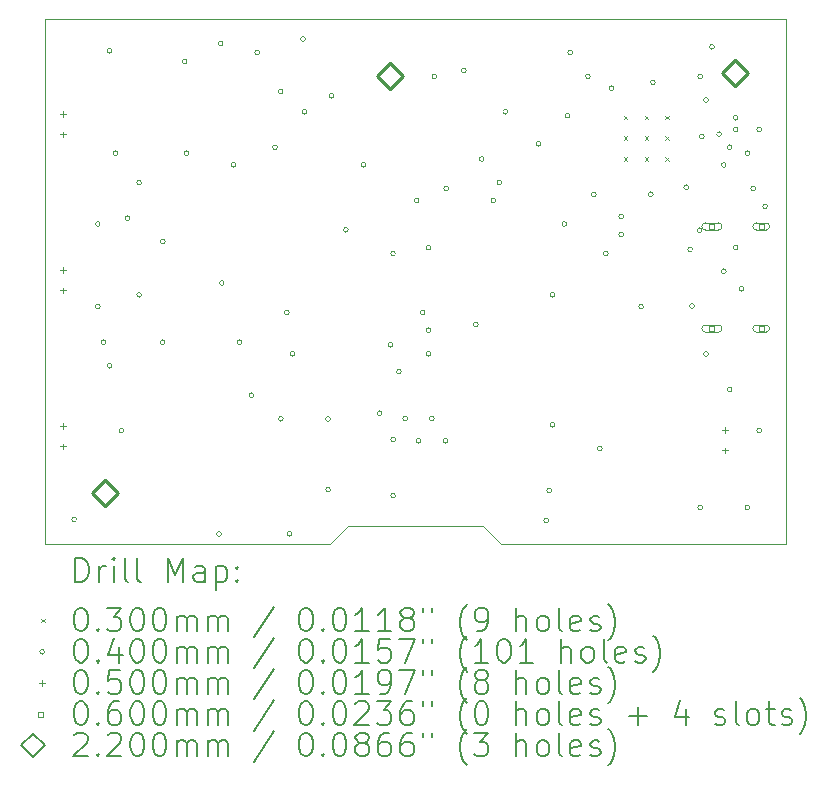
<source format=gbr>
%TF.GenerationSoftware,KiCad,Pcbnew,7.0.9*%
%TF.CreationDate,2024-03-02T15:09:58+02:00*%
%TF.ProjectId,DRM_Watch_V3,44524d5f-5761-4746-9368-5f56332e6b69,rev?*%
%TF.SameCoordinates,Original*%
%TF.FileFunction,Drillmap*%
%TF.FilePolarity,Positive*%
%FSLAX45Y45*%
G04 Gerber Fmt 4.5, Leading zero omitted, Abs format (unit mm)*
G04 Created by KiCad (PCBNEW 7.0.9) date 2024-03-02 15:09:58*
%MOMM*%
%LPD*%
G01*
G04 APERTURE LIST*
%ADD10C,0.100000*%
%ADD11C,0.200000*%
%ADD12C,0.220000*%
G04 APERTURE END LIST*
D10*
X12877800Y-8763000D02*
X10464800Y-8763000D01*
X6604000Y-4318000D02*
X12877800Y-4318000D01*
X10312400Y-8610600D02*
X9169400Y-8610600D01*
X10464800Y-8763000D02*
X10312400Y-8610600D01*
X9017000Y-8763000D02*
X9169400Y-8610600D01*
X6604000Y-8763000D02*
X9017000Y-8763000D01*
X12877800Y-4318000D02*
X12877800Y-8763000D01*
X6604000Y-4318000D02*
X6604000Y-8763000D01*
D11*
D10*
X11504632Y-5133718D02*
X11534632Y-5163718D01*
X11534632Y-5133718D02*
X11504632Y-5163718D01*
X11504632Y-5308718D02*
X11534632Y-5338718D01*
X11534632Y-5308718D02*
X11504632Y-5338718D01*
X11504632Y-5483718D02*
X11534632Y-5513718D01*
X11534632Y-5483718D02*
X11504632Y-5513718D01*
X11679632Y-5133718D02*
X11709632Y-5163718D01*
X11709632Y-5133718D02*
X11679632Y-5163718D01*
X11679632Y-5308718D02*
X11709632Y-5338718D01*
X11709632Y-5308718D02*
X11679632Y-5338718D01*
X11679632Y-5483718D02*
X11709632Y-5513718D01*
X11709632Y-5483718D02*
X11679632Y-5513718D01*
X11854632Y-5133718D02*
X11884632Y-5163718D01*
X11884632Y-5133718D02*
X11854632Y-5163718D01*
X11854632Y-5308718D02*
X11884632Y-5338718D01*
X11884632Y-5308718D02*
X11854632Y-5338718D01*
X11854632Y-5483718D02*
X11884632Y-5513718D01*
X11884632Y-5483718D02*
X11854632Y-5513718D01*
X6870000Y-8550000D02*
G75*
G03*
X6870000Y-8550000I-20000J0D01*
G01*
X7070000Y-6050000D02*
G75*
G03*
X7070000Y-6050000I-20000J0D01*
G01*
X7070000Y-6750000D02*
G75*
G03*
X7070000Y-6750000I-20000J0D01*
G01*
X7120000Y-7050000D02*
G75*
G03*
X7120000Y-7050000I-20000J0D01*
G01*
X7170000Y-7250000D02*
G75*
G03*
X7170000Y-7250000I-20000J0D01*
G01*
X7170100Y-4584700D02*
G75*
G03*
X7170100Y-4584700I-20000J0D01*
G01*
X7220000Y-5450000D02*
G75*
G03*
X7220000Y-5450000I-20000J0D01*
G01*
X7270000Y-7800000D02*
G75*
G03*
X7270000Y-7800000I-20000J0D01*
G01*
X7320000Y-6000000D02*
G75*
G03*
X7320000Y-6000000I-20000J0D01*
G01*
X7420000Y-5700000D02*
G75*
G03*
X7420000Y-5700000I-20000J0D01*
G01*
X7420000Y-6650000D02*
G75*
G03*
X7420000Y-6650000I-20000J0D01*
G01*
X7620000Y-6200000D02*
G75*
G03*
X7620000Y-6200000I-20000J0D01*
G01*
X7620000Y-7050000D02*
G75*
G03*
X7620000Y-7050000I-20000J0D01*
G01*
X7805100Y-4673600D02*
G75*
G03*
X7805100Y-4673600I-20000J0D01*
G01*
X7820000Y-5450000D02*
G75*
G03*
X7820000Y-5450000I-20000J0D01*
G01*
X8097200Y-8674101D02*
G75*
G03*
X8097200Y-8674101I-20000J0D01*
G01*
X8109900Y-4521200D02*
G75*
G03*
X8109900Y-4521200I-20000J0D01*
G01*
X8120000Y-6550000D02*
G75*
G03*
X8120000Y-6550000I-20000J0D01*
G01*
X8220000Y-5550000D02*
G75*
G03*
X8220000Y-5550000I-20000J0D01*
G01*
X8270000Y-7050000D02*
G75*
G03*
X8270000Y-7050000I-20000J0D01*
G01*
X8370000Y-7500000D02*
G75*
G03*
X8370000Y-7500000I-20000J0D01*
G01*
X8420000Y-4600000D02*
G75*
G03*
X8420000Y-4600000I-20000J0D01*
G01*
X8570000Y-5400000D02*
G75*
G03*
X8570000Y-5400000I-20000J0D01*
G01*
X8617900Y-4927600D02*
G75*
G03*
X8617900Y-4927600I-20000J0D01*
G01*
X8620000Y-7700000D02*
G75*
G03*
X8620000Y-7700000I-20000J0D01*
G01*
X8670000Y-6800000D02*
G75*
G03*
X8670000Y-6800000I-20000J0D01*
G01*
X8694100Y-8674099D02*
G75*
G03*
X8694100Y-8674099I-20000J0D01*
G01*
X8720000Y-7150000D02*
G75*
G03*
X8720000Y-7150000I-20000J0D01*
G01*
X8808400Y-4483100D02*
G75*
G03*
X8808400Y-4483100I-20000J0D01*
G01*
X8820000Y-5100000D02*
G75*
G03*
X8820000Y-5100000I-20000J0D01*
G01*
X9020000Y-7700000D02*
G75*
G03*
X9020000Y-7700000I-20000J0D01*
G01*
X9020000Y-8300000D02*
G75*
G03*
X9020000Y-8300000I-20000J0D01*
G01*
X9049700Y-4965700D02*
G75*
G03*
X9049700Y-4965700I-20000J0D01*
G01*
X9170000Y-6100000D02*
G75*
G03*
X9170000Y-6100000I-20000J0D01*
G01*
X9320000Y-5550000D02*
G75*
G03*
X9320000Y-5550000I-20000J0D01*
G01*
X9456100Y-7653050D02*
G75*
G03*
X9456100Y-7653050I-20000J0D01*
G01*
X9549064Y-7074241D02*
G75*
G03*
X9549064Y-7074241I-20000J0D01*
G01*
X9570000Y-6300000D02*
G75*
G03*
X9570000Y-6300000I-20000J0D01*
G01*
X9570000Y-8350000D02*
G75*
G03*
X9570000Y-8350000I-20000J0D01*
G01*
X9570399Y-7874000D02*
G75*
G03*
X9570399Y-7874000I-20000J0D01*
G01*
X9620000Y-7300000D02*
G75*
G03*
X9620000Y-7300000I-20000J0D01*
G01*
X9672000Y-7696200D02*
G75*
G03*
X9672000Y-7696200I-20000J0D01*
G01*
X9770000Y-5850000D02*
G75*
G03*
X9770000Y-5850000I-20000J0D01*
G01*
X9786300Y-7886701D02*
G75*
G03*
X9786300Y-7886701I-20000J0D01*
G01*
X9820000Y-6800000D02*
G75*
G03*
X9820000Y-6800000I-20000J0D01*
G01*
X9870000Y-6250000D02*
G75*
G03*
X9870000Y-6250000I-20000J0D01*
G01*
X9870000Y-6950000D02*
G75*
G03*
X9870000Y-6950000I-20000J0D01*
G01*
X9870000Y-7150000D02*
G75*
G03*
X9870000Y-7150000I-20000J0D01*
G01*
X9898600Y-7698200D02*
G75*
G03*
X9898600Y-7698200I-20000J0D01*
G01*
X9920000Y-4800000D02*
G75*
G03*
X9920000Y-4800000I-20000J0D01*
G01*
X10014900Y-7886700D02*
G75*
G03*
X10014900Y-7886700I-20000J0D01*
G01*
X10020000Y-5750000D02*
G75*
G03*
X10020000Y-5750000I-20000J0D01*
G01*
X10170000Y-4750000D02*
G75*
G03*
X10170000Y-4750000I-20000J0D01*
G01*
X10270000Y-6900000D02*
G75*
G03*
X10270000Y-6900000I-20000J0D01*
G01*
X10320000Y-5500000D02*
G75*
G03*
X10320000Y-5500000I-20000J0D01*
G01*
X10420000Y-5850000D02*
G75*
G03*
X10420000Y-5850000I-20000J0D01*
G01*
X10470001Y-5700000D02*
G75*
G03*
X10470001Y-5700000I-20000J0D01*
G01*
X10520000Y-5100000D02*
G75*
G03*
X10520000Y-5100000I-20000J0D01*
G01*
X10802500Y-5371218D02*
G75*
G03*
X10802500Y-5371218I-20000J0D01*
G01*
X10865800Y-8559800D02*
G75*
G03*
X10865800Y-8559800I-20000J0D01*
G01*
X10891200Y-8305800D02*
G75*
G03*
X10891200Y-8305800I-20000J0D01*
G01*
X10920000Y-6650000D02*
G75*
G03*
X10920000Y-6650000I-20000J0D01*
G01*
X10920000Y-7750000D02*
G75*
G03*
X10920000Y-7750000I-20000J0D01*
G01*
X11020000Y-6050000D02*
G75*
G03*
X11020000Y-6050000I-20000J0D01*
G01*
X11046925Y-5132187D02*
G75*
G03*
X11046925Y-5132187I-20000J0D01*
G01*
X11070000Y-4600000D02*
G75*
G03*
X11070000Y-4600000I-20000J0D01*
G01*
X11220000Y-4800000D02*
G75*
G03*
X11220000Y-4800000I-20000J0D01*
G01*
X11270000Y-5800000D02*
G75*
G03*
X11270000Y-5800000I-20000J0D01*
G01*
X11320000Y-7950000D02*
G75*
G03*
X11320000Y-7950000I-20000J0D01*
G01*
X11370000Y-6300000D02*
G75*
G03*
X11370000Y-6300000I-20000J0D01*
G01*
X11419998Y-4900000D02*
G75*
G03*
X11419998Y-4900000I-20000J0D01*
G01*
X11502132Y-5988518D02*
G75*
G03*
X11502132Y-5988518I-20000J0D01*
G01*
X11502132Y-6138518D02*
G75*
G03*
X11502132Y-6138518I-20000J0D01*
G01*
X11670000Y-6750000D02*
G75*
G03*
X11670000Y-6750000I-20000J0D01*
G01*
X11752132Y-5797500D02*
G75*
G03*
X11752132Y-5797500I-20000J0D01*
G01*
X11770000Y-4850000D02*
G75*
G03*
X11770000Y-4850000I-20000J0D01*
G01*
X12052132Y-5738518D02*
G75*
G03*
X12052132Y-5738518I-20000J0D01*
G01*
X12085070Y-6264951D02*
G75*
G03*
X12085070Y-6264951I-20000J0D01*
G01*
X12100425Y-6743464D02*
G75*
G03*
X12100425Y-6743464I-20000J0D01*
G01*
X12166304Y-6102691D02*
G75*
G03*
X12166304Y-6102691I-20000J0D01*
G01*
X12170000Y-4800000D02*
G75*
G03*
X12170000Y-4800000I-20000J0D01*
G01*
X12170000Y-8450000D02*
G75*
G03*
X12170000Y-8450000I-20000J0D01*
G01*
X12183159Y-5308618D02*
G75*
G03*
X12183159Y-5308618I-20000J0D01*
G01*
X12220000Y-5000000D02*
G75*
G03*
X12220000Y-5000000I-20000J0D01*
G01*
X12220000Y-7150000D02*
G75*
G03*
X12220000Y-7150000I-20000J0D01*
G01*
X12270000Y-4550000D02*
G75*
G03*
X12270000Y-4550000I-20000J0D01*
G01*
X12330607Y-5289394D02*
G75*
G03*
X12330607Y-5289394I-20000J0D01*
G01*
X12370000Y-5550000D02*
G75*
G03*
X12370000Y-5550000I-20000J0D01*
G01*
X12370000Y-6450000D02*
G75*
G03*
X12370000Y-6450000I-20000J0D01*
G01*
X12420000Y-5400000D02*
G75*
G03*
X12420000Y-5400000I-20000J0D01*
G01*
X12420000Y-7450000D02*
G75*
G03*
X12420000Y-7450000I-20000J0D01*
G01*
X12470000Y-5150000D02*
G75*
G03*
X12470000Y-5150000I-20000J0D01*
G01*
X12470000Y-5250000D02*
G75*
G03*
X12470000Y-5250000I-20000J0D01*
G01*
X12470000Y-6250000D02*
G75*
G03*
X12470000Y-6250000I-20000J0D01*
G01*
X12520000Y-6600000D02*
G75*
G03*
X12520000Y-6600000I-20000J0D01*
G01*
X12570000Y-5450000D02*
G75*
G03*
X12570000Y-5450000I-20000J0D01*
G01*
X12570000Y-8450000D02*
G75*
G03*
X12570000Y-8450000I-20000J0D01*
G01*
X12620000Y-5750000D02*
G75*
G03*
X12620000Y-5750000I-20000J0D01*
G01*
X12670000Y-5250000D02*
G75*
G03*
X12670000Y-5250000I-20000J0D01*
G01*
X12670000Y-7800000D02*
G75*
G03*
X12670000Y-7800000I-20000J0D01*
G01*
X12720000Y-5900000D02*
G75*
G03*
X12720000Y-5900000I-20000J0D01*
G01*
X6751800Y-5097000D02*
X6751800Y-5147000D01*
X6726800Y-5122000D02*
X6776800Y-5122000D01*
X6751800Y-5267000D02*
X6751800Y-5317000D01*
X6726800Y-5292000D02*
X6776800Y-5292000D01*
X6751800Y-6417800D02*
X6751800Y-6467800D01*
X6726800Y-6442800D02*
X6776800Y-6442800D01*
X6751800Y-6587800D02*
X6751800Y-6637800D01*
X6726800Y-6612800D02*
X6776800Y-6612800D01*
X6751800Y-7738600D02*
X6751800Y-7788600D01*
X6726800Y-7763600D02*
X6776800Y-7763600D01*
X6751800Y-7908600D02*
X6751800Y-7958600D01*
X6726800Y-7933600D02*
X6776800Y-7933600D01*
X12363700Y-7772800D02*
X12363700Y-7822800D01*
X12338700Y-7797800D02*
X12388700Y-7797800D01*
X12363700Y-7942800D02*
X12363700Y-7992800D01*
X12338700Y-7967800D02*
X12388700Y-7967800D01*
X12271213Y-6091813D02*
X12271213Y-6049387D01*
X12228787Y-6049387D01*
X12228787Y-6091813D01*
X12271213Y-6091813D01*
X12195000Y-6100600D02*
X12305000Y-6100600D01*
X12305000Y-6100600D02*
G75*
G03*
X12305000Y-6040600I0J30000D01*
G01*
X12305000Y-6040600D02*
X12195000Y-6040600D01*
X12195000Y-6040600D02*
G75*
G03*
X12195000Y-6100600I0J-30000D01*
G01*
X12271213Y-6956813D02*
X12271213Y-6914387D01*
X12228787Y-6914387D01*
X12228787Y-6956813D01*
X12271213Y-6956813D01*
X12195000Y-6965600D02*
X12305000Y-6965600D01*
X12305000Y-6965600D02*
G75*
G03*
X12305000Y-6905600I0J30000D01*
G01*
X12305000Y-6905600D02*
X12195000Y-6905600D01*
X12195000Y-6905600D02*
G75*
G03*
X12195000Y-6965600I0J-30000D01*
G01*
X12688213Y-6091813D02*
X12688213Y-6049387D01*
X12645787Y-6049387D01*
X12645787Y-6091813D01*
X12688213Y-6091813D01*
X12627000Y-6100600D02*
X12707000Y-6100600D01*
X12707000Y-6100600D02*
G75*
G03*
X12707000Y-6040600I0J30000D01*
G01*
X12707000Y-6040600D02*
X12627000Y-6040600D01*
X12627000Y-6040600D02*
G75*
G03*
X12627000Y-6100600I0J-30000D01*
G01*
X12688213Y-6956813D02*
X12688213Y-6914387D01*
X12645787Y-6914387D01*
X12645787Y-6956813D01*
X12688213Y-6956813D01*
X12627000Y-6965600D02*
X12707000Y-6965600D01*
X12707000Y-6965600D02*
G75*
G03*
X12707000Y-6905600I0J30000D01*
G01*
X12707000Y-6905600D02*
X12627000Y-6905600D01*
X12627000Y-6905600D02*
G75*
G03*
X12627000Y-6965600I0J-30000D01*
G01*
D12*
X7112000Y-8441200D02*
X7222000Y-8331200D01*
X7112000Y-8221200D01*
X7002000Y-8331200D01*
X7112000Y-8441200D01*
X9525000Y-4910600D02*
X9635000Y-4800600D01*
X9525000Y-4690600D01*
X9415000Y-4800600D01*
X9525000Y-4910600D01*
X12446000Y-4885200D02*
X12556000Y-4775200D01*
X12446000Y-4665200D01*
X12336000Y-4775200D01*
X12446000Y-4885200D01*
D11*
X6859777Y-9079484D02*
X6859777Y-8879484D01*
X6859777Y-8879484D02*
X6907396Y-8879484D01*
X6907396Y-8879484D02*
X6935967Y-8889008D01*
X6935967Y-8889008D02*
X6955015Y-8908055D01*
X6955015Y-8908055D02*
X6964539Y-8927103D01*
X6964539Y-8927103D02*
X6974062Y-8965198D01*
X6974062Y-8965198D02*
X6974062Y-8993770D01*
X6974062Y-8993770D02*
X6964539Y-9031865D01*
X6964539Y-9031865D02*
X6955015Y-9050912D01*
X6955015Y-9050912D02*
X6935967Y-9069960D01*
X6935967Y-9069960D02*
X6907396Y-9079484D01*
X6907396Y-9079484D02*
X6859777Y-9079484D01*
X7059777Y-9079484D02*
X7059777Y-8946150D01*
X7059777Y-8984246D02*
X7069301Y-8965198D01*
X7069301Y-8965198D02*
X7078824Y-8955674D01*
X7078824Y-8955674D02*
X7097872Y-8946150D01*
X7097872Y-8946150D02*
X7116920Y-8946150D01*
X7183586Y-9079484D02*
X7183586Y-8946150D01*
X7183586Y-8879484D02*
X7174062Y-8889008D01*
X7174062Y-8889008D02*
X7183586Y-8898531D01*
X7183586Y-8898531D02*
X7193110Y-8889008D01*
X7193110Y-8889008D02*
X7183586Y-8879484D01*
X7183586Y-8879484D02*
X7183586Y-8898531D01*
X7307396Y-9079484D02*
X7288348Y-9069960D01*
X7288348Y-9069960D02*
X7278824Y-9050912D01*
X7278824Y-9050912D02*
X7278824Y-8879484D01*
X7412158Y-9079484D02*
X7393110Y-9069960D01*
X7393110Y-9069960D02*
X7383586Y-9050912D01*
X7383586Y-9050912D02*
X7383586Y-8879484D01*
X7640729Y-9079484D02*
X7640729Y-8879484D01*
X7640729Y-8879484D02*
X7707396Y-9022341D01*
X7707396Y-9022341D02*
X7774062Y-8879484D01*
X7774062Y-8879484D02*
X7774062Y-9079484D01*
X7955015Y-9079484D02*
X7955015Y-8974722D01*
X7955015Y-8974722D02*
X7945491Y-8955674D01*
X7945491Y-8955674D02*
X7926443Y-8946150D01*
X7926443Y-8946150D02*
X7888348Y-8946150D01*
X7888348Y-8946150D02*
X7869301Y-8955674D01*
X7955015Y-9069960D02*
X7935967Y-9079484D01*
X7935967Y-9079484D02*
X7888348Y-9079484D01*
X7888348Y-9079484D02*
X7869301Y-9069960D01*
X7869301Y-9069960D02*
X7859777Y-9050912D01*
X7859777Y-9050912D02*
X7859777Y-9031865D01*
X7859777Y-9031865D02*
X7869301Y-9012817D01*
X7869301Y-9012817D02*
X7888348Y-9003293D01*
X7888348Y-9003293D02*
X7935967Y-9003293D01*
X7935967Y-9003293D02*
X7955015Y-8993770D01*
X8050253Y-8946150D02*
X8050253Y-9146150D01*
X8050253Y-8955674D02*
X8069301Y-8946150D01*
X8069301Y-8946150D02*
X8107396Y-8946150D01*
X8107396Y-8946150D02*
X8126443Y-8955674D01*
X8126443Y-8955674D02*
X8135967Y-8965198D01*
X8135967Y-8965198D02*
X8145491Y-8984246D01*
X8145491Y-8984246D02*
X8145491Y-9041389D01*
X8145491Y-9041389D02*
X8135967Y-9060436D01*
X8135967Y-9060436D02*
X8126443Y-9069960D01*
X8126443Y-9069960D02*
X8107396Y-9079484D01*
X8107396Y-9079484D02*
X8069301Y-9079484D01*
X8069301Y-9079484D02*
X8050253Y-9069960D01*
X8231205Y-9060436D02*
X8240729Y-9069960D01*
X8240729Y-9069960D02*
X8231205Y-9079484D01*
X8231205Y-9079484D02*
X8221682Y-9069960D01*
X8221682Y-9069960D02*
X8231205Y-9060436D01*
X8231205Y-9060436D02*
X8231205Y-9079484D01*
X8231205Y-8955674D02*
X8240729Y-8965198D01*
X8240729Y-8965198D02*
X8231205Y-8974722D01*
X8231205Y-8974722D02*
X8221682Y-8965198D01*
X8221682Y-8965198D02*
X8231205Y-8955674D01*
X8231205Y-8955674D02*
X8231205Y-8974722D01*
D10*
X6569000Y-9393000D02*
X6599000Y-9423000D01*
X6599000Y-9393000D02*
X6569000Y-9423000D01*
D11*
X6897872Y-9299484D02*
X6916920Y-9299484D01*
X6916920Y-9299484D02*
X6935967Y-9309008D01*
X6935967Y-9309008D02*
X6945491Y-9318531D01*
X6945491Y-9318531D02*
X6955015Y-9337579D01*
X6955015Y-9337579D02*
X6964539Y-9375674D01*
X6964539Y-9375674D02*
X6964539Y-9423293D01*
X6964539Y-9423293D02*
X6955015Y-9461389D01*
X6955015Y-9461389D02*
X6945491Y-9480436D01*
X6945491Y-9480436D02*
X6935967Y-9489960D01*
X6935967Y-9489960D02*
X6916920Y-9499484D01*
X6916920Y-9499484D02*
X6897872Y-9499484D01*
X6897872Y-9499484D02*
X6878824Y-9489960D01*
X6878824Y-9489960D02*
X6869301Y-9480436D01*
X6869301Y-9480436D02*
X6859777Y-9461389D01*
X6859777Y-9461389D02*
X6850253Y-9423293D01*
X6850253Y-9423293D02*
X6850253Y-9375674D01*
X6850253Y-9375674D02*
X6859777Y-9337579D01*
X6859777Y-9337579D02*
X6869301Y-9318531D01*
X6869301Y-9318531D02*
X6878824Y-9309008D01*
X6878824Y-9309008D02*
X6897872Y-9299484D01*
X7050253Y-9480436D02*
X7059777Y-9489960D01*
X7059777Y-9489960D02*
X7050253Y-9499484D01*
X7050253Y-9499484D02*
X7040729Y-9489960D01*
X7040729Y-9489960D02*
X7050253Y-9480436D01*
X7050253Y-9480436D02*
X7050253Y-9499484D01*
X7126443Y-9299484D02*
X7250253Y-9299484D01*
X7250253Y-9299484D02*
X7183586Y-9375674D01*
X7183586Y-9375674D02*
X7212158Y-9375674D01*
X7212158Y-9375674D02*
X7231205Y-9385198D01*
X7231205Y-9385198D02*
X7240729Y-9394722D01*
X7240729Y-9394722D02*
X7250253Y-9413770D01*
X7250253Y-9413770D02*
X7250253Y-9461389D01*
X7250253Y-9461389D02*
X7240729Y-9480436D01*
X7240729Y-9480436D02*
X7231205Y-9489960D01*
X7231205Y-9489960D02*
X7212158Y-9499484D01*
X7212158Y-9499484D02*
X7155015Y-9499484D01*
X7155015Y-9499484D02*
X7135967Y-9489960D01*
X7135967Y-9489960D02*
X7126443Y-9480436D01*
X7374062Y-9299484D02*
X7393110Y-9299484D01*
X7393110Y-9299484D02*
X7412158Y-9309008D01*
X7412158Y-9309008D02*
X7421682Y-9318531D01*
X7421682Y-9318531D02*
X7431205Y-9337579D01*
X7431205Y-9337579D02*
X7440729Y-9375674D01*
X7440729Y-9375674D02*
X7440729Y-9423293D01*
X7440729Y-9423293D02*
X7431205Y-9461389D01*
X7431205Y-9461389D02*
X7421682Y-9480436D01*
X7421682Y-9480436D02*
X7412158Y-9489960D01*
X7412158Y-9489960D02*
X7393110Y-9499484D01*
X7393110Y-9499484D02*
X7374062Y-9499484D01*
X7374062Y-9499484D02*
X7355015Y-9489960D01*
X7355015Y-9489960D02*
X7345491Y-9480436D01*
X7345491Y-9480436D02*
X7335967Y-9461389D01*
X7335967Y-9461389D02*
X7326443Y-9423293D01*
X7326443Y-9423293D02*
X7326443Y-9375674D01*
X7326443Y-9375674D02*
X7335967Y-9337579D01*
X7335967Y-9337579D02*
X7345491Y-9318531D01*
X7345491Y-9318531D02*
X7355015Y-9309008D01*
X7355015Y-9309008D02*
X7374062Y-9299484D01*
X7564539Y-9299484D02*
X7583586Y-9299484D01*
X7583586Y-9299484D02*
X7602634Y-9309008D01*
X7602634Y-9309008D02*
X7612158Y-9318531D01*
X7612158Y-9318531D02*
X7621682Y-9337579D01*
X7621682Y-9337579D02*
X7631205Y-9375674D01*
X7631205Y-9375674D02*
X7631205Y-9423293D01*
X7631205Y-9423293D02*
X7621682Y-9461389D01*
X7621682Y-9461389D02*
X7612158Y-9480436D01*
X7612158Y-9480436D02*
X7602634Y-9489960D01*
X7602634Y-9489960D02*
X7583586Y-9499484D01*
X7583586Y-9499484D02*
X7564539Y-9499484D01*
X7564539Y-9499484D02*
X7545491Y-9489960D01*
X7545491Y-9489960D02*
X7535967Y-9480436D01*
X7535967Y-9480436D02*
X7526443Y-9461389D01*
X7526443Y-9461389D02*
X7516920Y-9423293D01*
X7516920Y-9423293D02*
X7516920Y-9375674D01*
X7516920Y-9375674D02*
X7526443Y-9337579D01*
X7526443Y-9337579D02*
X7535967Y-9318531D01*
X7535967Y-9318531D02*
X7545491Y-9309008D01*
X7545491Y-9309008D02*
X7564539Y-9299484D01*
X7716920Y-9499484D02*
X7716920Y-9366150D01*
X7716920Y-9385198D02*
X7726443Y-9375674D01*
X7726443Y-9375674D02*
X7745491Y-9366150D01*
X7745491Y-9366150D02*
X7774063Y-9366150D01*
X7774063Y-9366150D02*
X7793110Y-9375674D01*
X7793110Y-9375674D02*
X7802634Y-9394722D01*
X7802634Y-9394722D02*
X7802634Y-9499484D01*
X7802634Y-9394722D02*
X7812158Y-9375674D01*
X7812158Y-9375674D02*
X7831205Y-9366150D01*
X7831205Y-9366150D02*
X7859777Y-9366150D01*
X7859777Y-9366150D02*
X7878824Y-9375674D01*
X7878824Y-9375674D02*
X7888348Y-9394722D01*
X7888348Y-9394722D02*
X7888348Y-9499484D01*
X7983586Y-9499484D02*
X7983586Y-9366150D01*
X7983586Y-9385198D02*
X7993110Y-9375674D01*
X7993110Y-9375674D02*
X8012158Y-9366150D01*
X8012158Y-9366150D02*
X8040729Y-9366150D01*
X8040729Y-9366150D02*
X8059777Y-9375674D01*
X8059777Y-9375674D02*
X8069301Y-9394722D01*
X8069301Y-9394722D02*
X8069301Y-9499484D01*
X8069301Y-9394722D02*
X8078824Y-9375674D01*
X8078824Y-9375674D02*
X8097872Y-9366150D01*
X8097872Y-9366150D02*
X8126443Y-9366150D01*
X8126443Y-9366150D02*
X8145491Y-9375674D01*
X8145491Y-9375674D02*
X8155015Y-9394722D01*
X8155015Y-9394722D02*
X8155015Y-9499484D01*
X8545491Y-9289960D02*
X8374063Y-9547103D01*
X8802634Y-9299484D02*
X8821682Y-9299484D01*
X8821682Y-9299484D02*
X8840729Y-9309008D01*
X8840729Y-9309008D02*
X8850253Y-9318531D01*
X8850253Y-9318531D02*
X8859777Y-9337579D01*
X8859777Y-9337579D02*
X8869301Y-9375674D01*
X8869301Y-9375674D02*
X8869301Y-9423293D01*
X8869301Y-9423293D02*
X8859777Y-9461389D01*
X8859777Y-9461389D02*
X8850253Y-9480436D01*
X8850253Y-9480436D02*
X8840729Y-9489960D01*
X8840729Y-9489960D02*
X8821682Y-9499484D01*
X8821682Y-9499484D02*
X8802634Y-9499484D01*
X8802634Y-9499484D02*
X8783587Y-9489960D01*
X8783587Y-9489960D02*
X8774063Y-9480436D01*
X8774063Y-9480436D02*
X8764539Y-9461389D01*
X8764539Y-9461389D02*
X8755015Y-9423293D01*
X8755015Y-9423293D02*
X8755015Y-9375674D01*
X8755015Y-9375674D02*
X8764539Y-9337579D01*
X8764539Y-9337579D02*
X8774063Y-9318531D01*
X8774063Y-9318531D02*
X8783587Y-9309008D01*
X8783587Y-9309008D02*
X8802634Y-9299484D01*
X8955015Y-9480436D02*
X8964539Y-9489960D01*
X8964539Y-9489960D02*
X8955015Y-9499484D01*
X8955015Y-9499484D02*
X8945491Y-9489960D01*
X8945491Y-9489960D02*
X8955015Y-9480436D01*
X8955015Y-9480436D02*
X8955015Y-9499484D01*
X9088348Y-9299484D02*
X9107396Y-9299484D01*
X9107396Y-9299484D02*
X9126444Y-9309008D01*
X9126444Y-9309008D02*
X9135968Y-9318531D01*
X9135968Y-9318531D02*
X9145491Y-9337579D01*
X9145491Y-9337579D02*
X9155015Y-9375674D01*
X9155015Y-9375674D02*
X9155015Y-9423293D01*
X9155015Y-9423293D02*
X9145491Y-9461389D01*
X9145491Y-9461389D02*
X9135968Y-9480436D01*
X9135968Y-9480436D02*
X9126444Y-9489960D01*
X9126444Y-9489960D02*
X9107396Y-9499484D01*
X9107396Y-9499484D02*
X9088348Y-9499484D01*
X9088348Y-9499484D02*
X9069301Y-9489960D01*
X9069301Y-9489960D02*
X9059777Y-9480436D01*
X9059777Y-9480436D02*
X9050253Y-9461389D01*
X9050253Y-9461389D02*
X9040729Y-9423293D01*
X9040729Y-9423293D02*
X9040729Y-9375674D01*
X9040729Y-9375674D02*
X9050253Y-9337579D01*
X9050253Y-9337579D02*
X9059777Y-9318531D01*
X9059777Y-9318531D02*
X9069301Y-9309008D01*
X9069301Y-9309008D02*
X9088348Y-9299484D01*
X9345491Y-9499484D02*
X9231206Y-9499484D01*
X9288348Y-9499484D02*
X9288348Y-9299484D01*
X9288348Y-9299484D02*
X9269301Y-9328055D01*
X9269301Y-9328055D02*
X9250253Y-9347103D01*
X9250253Y-9347103D02*
X9231206Y-9356627D01*
X9535968Y-9499484D02*
X9421682Y-9499484D01*
X9478825Y-9499484D02*
X9478825Y-9299484D01*
X9478825Y-9299484D02*
X9459777Y-9328055D01*
X9459777Y-9328055D02*
X9440729Y-9347103D01*
X9440729Y-9347103D02*
X9421682Y-9356627D01*
X9650253Y-9385198D02*
X9631206Y-9375674D01*
X9631206Y-9375674D02*
X9621682Y-9366150D01*
X9621682Y-9366150D02*
X9612158Y-9347103D01*
X9612158Y-9347103D02*
X9612158Y-9337579D01*
X9612158Y-9337579D02*
X9621682Y-9318531D01*
X9621682Y-9318531D02*
X9631206Y-9309008D01*
X9631206Y-9309008D02*
X9650253Y-9299484D01*
X9650253Y-9299484D02*
X9688349Y-9299484D01*
X9688349Y-9299484D02*
X9707396Y-9309008D01*
X9707396Y-9309008D02*
X9716920Y-9318531D01*
X9716920Y-9318531D02*
X9726444Y-9337579D01*
X9726444Y-9337579D02*
X9726444Y-9347103D01*
X9726444Y-9347103D02*
X9716920Y-9366150D01*
X9716920Y-9366150D02*
X9707396Y-9375674D01*
X9707396Y-9375674D02*
X9688349Y-9385198D01*
X9688349Y-9385198D02*
X9650253Y-9385198D01*
X9650253Y-9385198D02*
X9631206Y-9394722D01*
X9631206Y-9394722D02*
X9621682Y-9404246D01*
X9621682Y-9404246D02*
X9612158Y-9423293D01*
X9612158Y-9423293D02*
X9612158Y-9461389D01*
X9612158Y-9461389D02*
X9621682Y-9480436D01*
X9621682Y-9480436D02*
X9631206Y-9489960D01*
X9631206Y-9489960D02*
X9650253Y-9499484D01*
X9650253Y-9499484D02*
X9688349Y-9499484D01*
X9688349Y-9499484D02*
X9707396Y-9489960D01*
X9707396Y-9489960D02*
X9716920Y-9480436D01*
X9716920Y-9480436D02*
X9726444Y-9461389D01*
X9726444Y-9461389D02*
X9726444Y-9423293D01*
X9726444Y-9423293D02*
X9716920Y-9404246D01*
X9716920Y-9404246D02*
X9707396Y-9394722D01*
X9707396Y-9394722D02*
X9688349Y-9385198D01*
X9802634Y-9299484D02*
X9802634Y-9337579D01*
X9878825Y-9299484D02*
X9878825Y-9337579D01*
X10174063Y-9575674D02*
X10164539Y-9566150D01*
X10164539Y-9566150D02*
X10145491Y-9537579D01*
X10145491Y-9537579D02*
X10135968Y-9518531D01*
X10135968Y-9518531D02*
X10126444Y-9489960D01*
X10126444Y-9489960D02*
X10116920Y-9442341D01*
X10116920Y-9442341D02*
X10116920Y-9404246D01*
X10116920Y-9404246D02*
X10126444Y-9356627D01*
X10126444Y-9356627D02*
X10135968Y-9328055D01*
X10135968Y-9328055D02*
X10145491Y-9309008D01*
X10145491Y-9309008D02*
X10164539Y-9280436D01*
X10164539Y-9280436D02*
X10174063Y-9270912D01*
X10259777Y-9499484D02*
X10297872Y-9499484D01*
X10297872Y-9499484D02*
X10316920Y-9489960D01*
X10316920Y-9489960D02*
X10326444Y-9480436D01*
X10326444Y-9480436D02*
X10345491Y-9451865D01*
X10345491Y-9451865D02*
X10355015Y-9413770D01*
X10355015Y-9413770D02*
X10355015Y-9337579D01*
X10355015Y-9337579D02*
X10345491Y-9318531D01*
X10345491Y-9318531D02*
X10335968Y-9309008D01*
X10335968Y-9309008D02*
X10316920Y-9299484D01*
X10316920Y-9299484D02*
X10278825Y-9299484D01*
X10278825Y-9299484D02*
X10259777Y-9309008D01*
X10259777Y-9309008D02*
X10250253Y-9318531D01*
X10250253Y-9318531D02*
X10240730Y-9337579D01*
X10240730Y-9337579D02*
X10240730Y-9385198D01*
X10240730Y-9385198D02*
X10250253Y-9404246D01*
X10250253Y-9404246D02*
X10259777Y-9413770D01*
X10259777Y-9413770D02*
X10278825Y-9423293D01*
X10278825Y-9423293D02*
X10316920Y-9423293D01*
X10316920Y-9423293D02*
X10335968Y-9413770D01*
X10335968Y-9413770D02*
X10345491Y-9404246D01*
X10345491Y-9404246D02*
X10355015Y-9385198D01*
X10593111Y-9499484D02*
X10593111Y-9299484D01*
X10678825Y-9499484D02*
X10678825Y-9394722D01*
X10678825Y-9394722D02*
X10669301Y-9375674D01*
X10669301Y-9375674D02*
X10650253Y-9366150D01*
X10650253Y-9366150D02*
X10621682Y-9366150D01*
X10621682Y-9366150D02*
X10602634Y-9375674D01*
X10602634Y-9375674D02*
X10593111Y-9385198D01*
X10802634Y-9499484D02*
X10783587Y-9489960D01*
X10783587Y-9489960D02*
X10774063Y-9480436D01*
X10774063Y-9480436D02*
X10764539Y-9461389D01*
X10764539Y-9461389D02*
X10764539Y-9404246D01*
X10764539Y-9404246D02*
X10774063Y-9385198D01*
X10774063Y-9385198D02*
X10783587Y-9375674D01*
X10783587Y-9375674D02*
X10802634Y-9366150D01*
X10802634Y-9366150D02*
X10831206Y-9366150D01*
X10831206Y-9366150D02*
X10850253Y-9375674D01*
X10850253Y-9375674D02*
X10859777Y-9385198D01*
X10859777Y-9385198D02*
X10869301Y-9404246D01*
X10869301Y-9404246D02*
X10869301Y-9461389D01*
X10869301Y-9461389D02*
X10859777Y-9480436D01*
X10859777Y-9480436D02*
X10850253Y-9489960D01*
X10850253Y-9489960D02*
X10831206Y-9499484D01*
X10831206Y-9499484D02*
X10802634Y-9499484D01*
X10983587Y-9499484D02*
X10964539Y-9489960D01*
X10964539Y-9489960D02*
X10955015Y-9470912D01*
X10955015Y-9470912D02*
X10955015Y-9299484D01*
X11135968Y-9489960D02*
X11116920Y-9499484D01*
X11116920Y-9499484D02*
X11078825Y-9499484D01*
X11078825Y-9499484D02*
X11059777Y-9489960D01*
X11059777Y-9489960D02*
X11050253Y-9470912D01*
X11050253Y-9470912D02*
X11050253Y-9394722D01*
X11050253Y-9394722D02*
X11059777Y-9375674D01*
X11059777Y-9375674D02*
X11078825Y-9366150D01*
X11078825Y-9366150D02*
X11116920Y-9366150D01*
X11116920Y-9366150D02*
X11135968Y-9375674D01*
X11135968Y-9375674D02*
X11145492Y-9394722D01*
X11145492Y-9394722D02*
X11145492Y-9413770D01*
X11145492Y-9413770D02*
X11050253Y-9432817D01*
X11221682Y-9489960D02*
X11240730Y-9499484D01*
X11240730Y-9499484D02*
X11278825Y-9499484D01*
X11278825Y-9499484D02*
X11297872Y-9489960D01*
X11297872Y-9489960D02*
X11307396Y-9470912D01*
X11307396Y-9470912D02*
X11307396Y-9461389D01*
X11307396Y-9461389D02*
X11297872Y-9442341D01*
X11297872Y-9442341D02*
X11278825Y-9432817D01*
X11278825Y-9432817D02*
X11250253Y-9432817D01*
X11250253Y-9432817D02*
X11231206Y-9423293D01*
X11231206Y-9423293D02*
X11221682Y-9404246D01*
X11221682Y-9404246D02*
X11221682Y-9394722D01*
X11221682Y-9394722D02*
X11231206Y-9375674D01*
X11231206Y-9375674D02*
X11250253Y-9366150D01*
X11250253Y-9366150D02*
X11278825Y-9366150D01*
X11278825Y-9366150D02*
X11297872Y-9375674D01*
X11374063Y-9575674D02*
X11383587Y-9566150D01*
X11383587Y-9566150D02*
X11402634Y-9537579D01*
X11402634Y-9537579D02*
X11412158Y-9518531D01*
X11412158Y-9518531D02*
X11421682Y-9489960D01*
X11421682Y-9489960D02*
X11431206Y-9442341D01*
X11431206Y-9442341D02*
X11431206Y-9404246D01*
X11431206Y-9404246D02*
X11421682Y-9356627D01*
X11421682Y-9356627D02*
X11412158Y-9328055D01*
X11412158Y-9328055D02*
X11402634Y-9309008D01*
X11402634Y-9309008D02*
X11383587Y-9280436D01*
X11383587Y-9280436D02*
X11374063Y-9270912D01*
D10*
X6599000Y-9672000D02*
G75*
G03*
X6599000Y-9672000I-20000J0D01*
G01*
D11*
X6897872Y-9563484D02*
X6916920Y-9563484D01*
X6916920Y-9563484D02*
X6935967Y-9573008D01*
X6935967Y-9573008D02*
X6945491Y-9582531D01*
X6945491Y-9582531D02*
X6955015Y-9601579D01*
X6955015Y-9601579D02*
X6964539Y-9639674D01*
X6964539Y-9639674D02*
X6964539Y-9687293D01*
X6964539Y-9687293D02*
X6955015Y-9725389D01*
X6955015Y-9725389D02*
X6945491Y-9744436D01*
X6945491Y-9744436D02*
X6935967Y-9753960D01*
X6935967Y-9753960D02*
X6916920Y-9763484D01*
X6916920Y-9763484D02*
X6897872Y-9763484D01*
X6897872Y-9763484D02*
X6878824Y-9753960D01*
X6878824Y-9753960D02*
X6869301Y-9744436D01*
X6869301Y-9744436D02*
X6859777Y-9725389D01*
X6859777Y-9725389D02*
X6850253Y-9687293D01*
X6850253Y-9687293D02*
X6850253Y-9639674D01*
X6850253Y-9639674D02*
X6859777Y-9601579D01*
X6859777Y-9601579D02*
X6869301Y-9582531D01*
X6869301Y-9582531D02*
X6878824Y-9573008D01*
X6878824Y-9573008D02*
X6897872Y-9563484D01*
X7050253Y-9744436D02*
X7059777Y-9753960D01*
X7059777Y-9753960D02*
X7050253Y-9763484D01*
X7050253Y-9763484D02*
X7040729Y-9753960D01*
X7040729Y-9753960D02*
X7050253Y-9744436D01*
X7050253Y-9744436D02*
X7050253Y-9763484D01*
X7231205Y-9630150D02*
X7231205Y-9763484D01*
X7183586Y-9553960D02*
X7135967Y-9696817D01*
X7135967Y-9696817D02*
X7259777Y-9696817D01*
X7374062Y-9563484D02*
X7393110Y-9563484D01*
X7393110Y-9563484D02*
X7412158Y-9573008D01*
X7412158Y-9573008D02*
X7421682Y-9582531D01*
X7421682Y-9582531D02*
X7431205Y-9601579D01*
X7431205Y-9601579D02*
X7440729Y-9639674D01*
X7440729Y-9639674D02*
X7440729Y-9687293D01*
X7440729Y-9687293D02*
X7431205Y-9725389D01*
X7431205Y-9725389D02*
X7421682Y-9744436D01*
X7421682Y-9744436D02*
X7412158Y-9753960D01*
X7412158Y-9753960D02*
X7393110Y-9763484D01*
X7393110Y-9763484D02*
X7374062Y-9763484D01*
X7374062Y-9763484D02*
X7355015Y-9753960D01*
X7355015Y-9753960D02*
X7345491Y-9744436D01*
X7345491Y-9744436D02*
X7335967Y-9725389D01*
X7335967Y-9725389D02*
X7326443Y-9687293D01*
X7326443Y-9687293D02*
X7326443Y-9639674D01*
X7326443Y-9639674D02*
X7335967Y-9601579D01*
X7335967Y-9601579D02*
X7345491Y-9582531D01*
X7345491Y-9582531D02*
X7355015Y-9573008D01*
X7355015Y-9573008D02*
X7374062Y-9563484D01*
X7564539Y-9563484D02*
X7583586Y-9563484D01*
X7583586Y-9563484D02*
X7602634Y-9573008D01*
X7602634Y-9573008D02*
X7612158Y-9582531D01*
X7612158Y-9582531D02*
X7621682Y-9601579D01*
X7621682Y-9601579D02*
X7631205Y-9639674D01*
X7631205Y-9639674D02*
X7631205Y-9687293D01*
X7631205Y-9687293D02*
X7621682Y-9725389D01*
X7621682Y-9725389D02*
X7612158Y-9744436D01*
X7612158Y-9744436D02*
X7602634Y-9753960D01*
X7602634Y-9753960D02*
X7583586Y-9763484D01*
X7583586Y-9763484D02*
X7564539Y-9763484D01*
X7564539Y-9763484D02*
X7545491Y-9753960D01*
X7545491Y-9753960D02*
X7535967Y-9744436D01*
X7535967Y-9744436D02*
X7526443Y-9725389D01*
X7526443Y-9725389D02*
X7516920Y-9687293D01*
X7516920Y-9687293D02*
X7516920Y-9639674D01*
X7516920Y-9639674D02*
X7526443Y-9601579D01*
X7526443Y-9601579D02*
X7535967Y-9582531D01*
X7535967Y-9582531D02*
X7545491Y-9573008D01*
X7545491Y-9573008D02*
X7564539Y-9563484D01*
X7716920Y-9763484D02*
X7716920Y-9630150D01*
X7716920Y-9649198D02*
X7726443Y-9639674D01*
X7726443Y-9639674D02*
X7745491Y-9630150D01*
X7745491Y-9630150D02*
X7774063Y-9630150D01*
X7774063Y-9630150D02*
X7793110Y-9639674D01*
X7793110Y-9639674D02*
X7802634Y-9658722D01*
X7802634Y-9658722D02*
X7802634Y-9763484D01*
X7802634Y-9658722D02*
X7812158Y-9639674D01*
X7812158Y-9639674D02*
X7831205Y-9630150D01*
X7831205Y-9630150D02*
X7859777Y-9630150D01*
X7859777Y-9630150D02*
X7878824Y-9639674D01*
X7878824Y-9639674D02*
X7888348Y-9658722D01*
X7888348Y-9658722D02*
X7888348Y-9763484D01*
X7983586Y-9763484D02*
X7983586Y-9630150D01*
X7983586Y-9649198D02*
X7993110Y-9639674D01*
X7993110Y-9639674D02*
X8012158Y-9630150D01*
X8012158Y-9630150D02*
X8040729Y-9630150D01*
X8040729Y-9630150D02*
X8059777Y-9639674D01*
X8059777Y-9639674D02*
X8069301Y-9658722D01*
X8069301Y-9658722D02*
X8069301Y-9763484D01*
X8069301Y-9658722D02*
X8078824Y-9639674D01*
X8078824Y-9639674D02*
X8097872Y-9630150D01*
X8097872Y-9630150D02*
X8126443Y-9630150D01*
X8126443Y-9630150D02*
X8145491Y-9639674D01*
X8145491Y-9639674D02*
X8155015Y-9658722D01*
X8155015Y-9658722D02*
X8155015Y-9763484D01*
X8545491Y-9553960D02*
X8374063Y-9811103D01*
X8802634Y-9563484D02*
X8821682Y-9563484D01*
X8821682Y-9563484D02*
X8840729Y-9573008D01*
X8840729Y-9573008D02*
X8850253Y-9582531D01*
X8850253Y-9582531D02*
X8859777Y-9601579D01*
X8859777Y-9601579D02*
X8869301Y-9639674D01*
X8869301Y-9639674D02*
X8869301Y-9687293D01*
X8869301Y-9687293D02*
X8859777Y-9725389D01*
X8859777Y-9725389D02*
X8850253Y-9744436D01*
X8850253Y-9744436D02*
X8840729Y-9753960D01*
X8840729Y-9753960D02*
X8821682Y-9763484D01*
X8821682Y-9763484D02*
X8802634Y-9763484D01*
X8802634Y-9763484D02*
X8783587Y-9753960D01*
X8783587Y-9753960D02*
X8774063Y-9744436D01*
X8774063Y-9744436D02*
X8764539Y-9725389D01*
X8764539Y-9725389D02*
X8755015Y-9687293D01*
X8755015Y-9687293D02*
X8755015Y-9639674D01*
X8755015Y-9639674D02*
X8764539Y-9601579D01*
X8764539Y-9601579D02*
X8774063Y-9582531D01*
X8774063Y-9582531D02*
X8783587Y-9573008D01*
X8783587Y-9573008D02*
X8802634Y-9563484D01*
X8955015Y-9744436D02*
X8964539Y-9753960D01*
X8964539Y-9753960D02*
X8955015Y-9763484D01*
X8955015Y-9763484D02*
X8945491Y-9753960D01*
X8945491Y-9753960D02*
X8955015Y-9744436D01*
X8955015Y-9744436D02*
X8955015Y-9763484D01*
X9088348Y-9563484D02*
X9107396Y-9563484D01*
X9107396Y-9563484D02*
X9126444Y-9573008D01*
X9126444Y-9573008D02*
X9135968Y-9582531D01*
X9135968Y-9582531D02*
X9145491Y-9601579D01*
X9145491Y-9601579D02*
X9155015Y-9639674D01*
X9155015Y-9639674D02*
X9155015Y-9687293D01*
X9155015Y-9687293D02*
X9145491Y-9725389D01*
X9145491Y-9725389D02*
X9135968Y-9744436D01*
X9135968Y-9744436D02*
X9126444Y-9753960D01*
X9126444Y-9753960D02*
X9107396Y-9763484D01*
X9107396Y-9763484D02*
X9088348Y-9763484D01*
X9088348Y-9763484D02*
X9069301Y-9753960D01*
X9069301Y-9753960D02*
X9059777Y-9744436D01*
X9059777Y-9744436D02*
X9050253Y-9725389D01*
X9050253Y-9725389D02*
X9040729Y-9687293D01*
X9040729Y-9687293D02*
X9040729Y-9639674D01*
X9040729Y-9639674D02*
X9050253Y-9601579D01*
X9050253Y-9601579D02*
X9059777Y-9582531D01*
X9059777Y-9582531D02*
X9069301Y-9573008D01*
X9069301Y-9573008D02*
X9088348Y-9563484D01*
X9345491Y-9763484D02*
X9231206Y-9763484D01*
X9288348Y-9763484D02*
X9288348Y-9563484D01*
X9288348Y-9563484D02*
X9269301Y-9592055D01*
X9269301Y-9592055D02*
X9250253Y-9611103D01*
X9250253Y-9611103D02*
X9231206Y-9620627D01*
X9526444Y-9563484D02*
X9431206Y-9563484D01*
X9431206Y-9563484D02*
X9421682Y-9658722D01*
X9421682Y-9658722D02*
X9431206Y-9649198D01*
X9431206Y-9649198D02*
X9450253Y-9639674D01*
X9450253Y-9639674D02*
X9497872Y-9639674D01*
X9497872Y-9639674D02*
X9516920Y-9649198D01*
X9516920Y-9649198D02*
X9526444Y-9658722D01*
X9526444Y-9658722D02*
X9535968Y-9677770D01*
X9535968Y-9677770D02*
X9535968Y-9725389D01*
X9535968Y-9725389D02*
X9526444Y-9744436D01*
X9526444Y-9744436D02*
X9516920Y-9753960D01*
X9516920Y-9753960D02*
X9497872Y-9763484D01*
X9497872Y-9763484D02*
X9450253Y-9763484D01*
X9450253Y-9763484D02*
X9431206Y-9753960D01*
X9431206Y-9753960D02*
X9421682Y-9744436D01*
X9602634Y-9563484D02*
X9735968Y-9563484D01*
X9735968Y-9563484D02*
X9650253Y-9763484D01*
X9802634Y-9563484D02*
X9802634Y-9601579D01*
X9878825Y-9563484D02*
X9878825Y-9601579D01*
X10174063Y-9839674D02*
X10164539Y-9830150D01*
X10164539Y-9830150D02*
X10145491Y-9801579D01*
X10145491Y-9801579D02*
X10135968Y-9782531D01*
X10135968Y-9782531D02*
X10126444Y-9753960D01*
X10126444Y-9753960D02*
X10116920Y-9706341D01*
X10116920Y-9706341D02*
X10116920Y-9668246D01*
X10116920Y-9668246D02*
X10126444Y-9620627D01*
X10126444Y-9620627D02*
X10135968Y-9592055D01*
X10135968Y-9592055D02*
X10145491Y-9573008D01*
X10145491Y-9573008D02*
X10164539Y-9544436D01*
X10164539Y-9544436D02*
X10174063Y-9534912D01*
X10355015Y-9763484D02*
X10240730Y-9763484D01*
X10297872Y-9763484D02*
X10297872Y-9563484D01*
X10297872Y-9563484D02*
X10278825Y-9592055D01*
X10278825Y-9592055D02*
X10259777Y-9611103D01*
X10259777Y-9611103D02*
X10240730Y-9620627D01*
X10478825Y-9563484D02*
X10497872Y-9563484D01*
X10497872Y-9563484D02*
X10516920Y-9573008D01*
X10516920Y-9573008D02*
X10526444Y-9582531D01*
X10526444Y-9582531D02*
X10535968Y-9601579D01*
X10535968Y-9601579D02*
X10545491Y-9639674D01*
X10545491Y-9639674D02*
X10545491Y-9687293D01*
X10545491Y-9687293D02*
X10535968Y-9725389D01*
X10535968Y-9725389D02*
X10526444Y-9744436D01*
X10526444Y-9744436D02*
X10516920Y-9753960D01*
X10516920Y-9753960D02*
X10497872Y-9763484D01*
X10497872Y-9763484D02*
X10478825Y-9763484D01*
X10478825Y-9763484D02*
X10459777Y-9753960D01*
X10459777Y-9753960D02*
X10450253Y-9744436D01*
X10450253Y-9744436D02*
X10440730Y-9725389D01*
X10440730Y-9725389D02*
X10431206Y-9687293D01*
X10431206Y-9687293D02*
X10431206Y-9639674D01*
X10431206Y-9639674D02*
X10440730Y-9601579D01*
X10440730Y-9601579D02*
X10450253Y-9582531D01*
X10450253Y-9582531D02*
X10459777Y-9573008D01*
X10459777Y-9573008D02*
X10478825Y-9563484D01*
X10735968Y-9763484D02*
X10621682Y-9763484D01*
X10678825Y-9763484D02*
X10678825Y-9563484D01*
X10678825Y-9563484D02*
X10659777Y-9592055D01*
X10659777Y-9592055D02*
X10640730Y-9611103D01*
X10640730Y-9611103D02*
X10621682Y-9620627D01*
X10974063Y-9763484D02*
X10974063Y-9563484D01*
X11059777Y-9763484D02*
X11059777Y-9658722D01*
X11059777Y-9658722D02*
X11050253Y-9639674D01*
X11050253Y-9639674D02*
X11031206Y-9630150D01*
X11031206Y-9630150D02*
X11002634Y-9630150D01*
X11002634Y-9630150D02*
X10983587Y-9639674D01*
X10983587Y-9639674D02*
X10974063Y-9649198D01*
X11183587Y-9763484D02*
X11164539Y-9753960D01*
X11164539Y-9753960D02*
X11155015Y-9744436D01*
X11155015Y-9744436D02*
X11145492Y-9725389D01*
X11145492Y-9725389D02*
X11145492Y-9668246D01*
X11145492Y-9668246D02*
X11155015Y-9649198D01*
X11155015Y-9649198D02*
X11164539Y-9639674D01*
X11164539Y-9639674D02*
X11183587Y-9630150D01*
X11183587Y-9630150D02*
X11212158Y-9630150D01*
X11212158Y-9630150D02*
X11231206Y-9639674D01*
X11231206Y-9639674D02*
X11240730Y-9649198D01*
X11240730Y-9649198D02*
X11250253Y-9668246D01*
X11250253Y-9668246D02*
X11250253Y-9725389D01*
X11250253Y-9725389D02*
X11240730Y-9744436D01*
X11240730Y-9744436D02*
X11231206Y-9753960D01*
X11231206Y-9753960D02*
X11212158Y-9763484D01*
X11212158Y-9763484D02*
X11183587Y-9763484D01*
X11364539Y-9763484D02*
X11345491Y-9753960D01*
X11345491Y-9753960D02*
X11335968Y-9734912D01*
X11335968Y-9734912D02*
X11335968Y-9563484D01*
X11516920Y-9753960D02*
X11497872Y-9763484D01*
X11497872Y-9763484D02*
X11459777Y-9763484D01*
X11459777Y-9763484D02*
X11440730Y-9753960D01*
X11440730Y-9753960D02*
X11431206Y-9734912D01*
X11431206Y-9734912D02*
X11431206Y-9658722D01*
X11431206Y-9658722D02*
X11440730Y-9639674D01*
X11440730Y-9639674D02*
X11459777Y-9630150D01*
X11459777Y-9630150D02*
X11497872Y-9630150D01*
X11497872Y-9630150D02*
X11516920Y-9639674D01*
X11516920Y-9639674D02*
X11526444Y-9658722D01*
X11526444Y-9658722D02*
X11526444Y-9677770D01*
X11526444Y-9677770D02*
X11431206Y-9696817D01*
X11602634Y-9753960D02*
X11621682Y-9763484D01*
X11621682Y-9763484D02*
X11659777Y-9763484D01*
X11659777Y-9763484D02*
X11678825Y-9753960D01*
X11678825Y-9753960D02*
X11688349Y-9734912D01*
X11688349Y-9734912D02*
X11688349Y-9725389D01*
X11688349Y-9725389D02*
X11678825Y-9706341D01*
X11678825Y-9706341D02*
X11659777Y-9696817D01*
X11659777Y-9696817D02*
X11631206Y-9696817D01*
X11631206Y-9696817D02*
X11612158Y-9687293D01*
X11612158Y-9687293D02*
X11602634Y-9668246D01*
X11602634Y-9668246D02*
X11602634Y-9658722D01*
X11602634Y-9658722D02*
X11612158Y-9639674D01*
X11612158Y-9639674D02*
X11631206Y-9630150D01*
X11631206Y-9630150D02*
X11659777Y-9630150D01*
X11659777Y-9630150D02*
X11678825Y-9639674D01*
X11755015Y-9839674D02*
X11764539Y-9830150D01*
X11764539Y-9830150D02*
X11783587Y-9801579D01*
X11783587Y-9801579D02*
X11793111Y-9782531D01*
X11793111Y-9782531D02*
X11802634Y-9753960D01*
X11802634Y-9753960D02*
X11812158Y-9706341D01*
X11812158Y-9706341D02*
X11812158Y-9668246D01*
X11812158Y-9668246D02*
X11802634Y-9620627D01*
X11802634Y-9620627D02*
X11793111Y-9592055D01*
X11793111Y-9592055D02*
X11783587Y-9573008D01*
X11783587Y-9573008D02*
X11764539Y-9544436D01*
X11764539Y-9544436D02*
X11755015Y-9534912D01*
D10*
X6574000Y-9911000D02*
X6574000Y-9961000D01*
X6549000Y-9936000D02*
X6599000Y-9936000D01*
D11*
X6897872Y-9827484D02*
X6916920Y-9827484D01*
X6916920Y-9827484D02*
X6935967Y-9837008D01*
X6935967Y-9837008D02*
X6945491Y-9846531D01*
X6945491Y-9846531D02*
X6955015Y-9865579D01*
X6955015Y-9865579D02*
X6964539Y-9903674D01*
X6964539Y-9903674D02*
X6964539Y-9951293D01*
X6964539Y-9951293D02*
X6955015Y-9989389D01*
X6955015Y-9989389D02*
X6945491Y-10008436D01*
X6945491Y-10008436D02*
X6935967Y-10017960D01*
X6935967Y-10017960D02*
X6916920Y-10027484D01*
X6916920Y-10027484D02*
X6897872Y-10027484D01*
X6897872Y-10027484D02*
X6878824Y-10017960D01*
X6878824Y-10017960D02*
X6869301Y-10008436D01*
X6869301Y-10008436D02*
X6859777Y-9989389D01*
X6859777Y-9989389D02*
X6850253Y-9951293D01*
X6850253Y-9951293D02*
X6850253Y-9903674D01*
X6850253Y-9903674D02*
X6859777Y-9865579D01*
X6859777Y-9865579D02*
X6869301Y-9846531D01*
X6869301Y-9846531D02*
X6878824Y-9837008D01*
X6878824Y-9837008D02*
X6897872Y-9827484D01*
X7050253Y-10008436D02*
X7059777Y-10017960D01*
X7059777Y-10017960D02*
X7050253Y-10027484D01*
X7050253Y-10027484D02*
X7040729Y-10017960D01*
X7040729Y-10017960D02*
X7050253Y-10008436D01*
X7050253Y-10008436D02*
X7050253Y-10027484D01*
X7240729Y-9827484D02*
X7145491Y-9827484D01*
X7145491Y-9827484D02*
X7135967Y-9922722D01*
X7135967Y-9922722D02*
X7145491Y-9913198D01*
X7145491Y-9913198D02*
X7164539Y-9903674D01*
X7164539Y-9903674D02*
X7212158Y-9903674D01*
X7212158Y-9903674D02*
X7231205Y-9913198D01*
X7231205Y-9913198D02*
X7240729Y-9922722D01*
X7240729Y-9922722D02*
X7250253Y-9941770D01*
X7250253Y-9941770D02*
X7250253Y-9989389D01*
X7250253Y-9989389D02*
X7240729Y-10008436D01*
X7240729Y-10008436D02*
X7231205Y-10017960D01*
X7231205Y-10017960D02*
X7212158Y-10027484D01*
X7212158Y-10027484D02*
X7164539Y-10027484D01*
X7164539Y-10027484D02*
X7145491Y-10017960D01*
X7145491Y-10017960D02*
X7135967Y-10008436D01*
X7374062Y-9827484D02*
X7393110Y-9827484D01*
X7393110Y-9827484D02*
X7412158Y-9837008D01*
X7412158Y-9837008D02*
X7421682Y-9846531D01*
X7421682Y-9846531D02*
X7431205Y-9865579D01*
X7431205Y-9865579D02*
X7440729Y-9903674D01*
X7440729Y-9903674D02*
X7440729Y-9951293D01*
X7440729Y-9951293D02*
X7431205Y-9989389D01*
X7431205Y-9989389D02*
X7421682Y-10008436D01*
X7421682Y-10008436D02*
X7412158Y-10017960D01*
X7412158Y-10017960D02*
X7393110Y-10027484D01*
X7393110Y-10027484D02*
X7374062Y-10027484D01*
X7374062Y-10027484D02*
X7355015Y-10017960D01*
X7355015Y-10017960D02*
X7345491Y-10008436D01*
X7345491Y-10008436D02*
X7335967Y-9989389D01*
X7335967Y-9989389D02*
X7326443Y-9951293D01*
X7326443Y-9951293D02*
X7326443Y-9903674D01*
X7326443Y-9903674D02*
X7335967Y-9865579D01*
X7335967Y-9865579D02*
X7345491Y-9846531D01*
X7345491Y-9846531D02*
X7355015Y-9837008D01*
X7355015Y-9837008D02*
X7374062Y-9827484D01*
X7564539Y-9827484D02*
X7583586Y-9827484D01*
X7583586Y-9827484D02*
X7602634Y-9837008D01*
X7602634Y-9837008D02*
X7612158Y-9846531D01*
X7612158Y-9846531D02*
X7621682Y-9865579D01*
X7621682Y-9865579D02*
X7631205Y-9903674D01*
X7631205Y-9903674D02*
X7631205Y-9951293D01*
X7631205Y-9951293D02*
X7621682Y-9989389D01*
X7621682Y-9989389D02*
X7612158Y-10008436D01*
X7612158Y-10008436D02*
X7602634Y-10017960D01*
X7602634Y-10017960D02*
X7583586Y-10027484D01*
X7583586Y-10027484D02*
X7564539Y-10027484D01*
X7564539Y-10027484D02*
X7545491Y-10017960D01*
X7545491Y-10017960D02*
X7535967Y-10008436D01*
X7535967Y-10008436D02*
X7526443Y-9989389D01*
X7526443Y-9989389D02*
X7516920Y-9951293D01*
X7516920Y-9951293D02*
X7516920Y-9903674D01*
X7516920Y-9903674D02*
X7526443Y-9865579D01*
X7526443Y-9865579D02*
X7535967Y-9846531D01*
X7535967Y-9846531D02*
X7545491Y-9837008D01*
X7545491Y-9837008D02*
X7564539Y-9827484D01*
X7716920Y-10027484D02*
X7716920Y-9894150D01*
X7716920Y-9913198D02*
X7726443Y-9903674D01*
X7726443Y-9903674D02*
X7745491Y-9894150D01*
X7745491Y-9894150D02*
X7774063Y-9894150D01*
X7774063Y-9894150D02*
X7793110Y-9903674D01*
X7793110Y-9903674D02*
X7802634Y-9922722D01*
X7802634Y-9922722D02*
X7802634Y-10027484D01*
X7802634Y-9922722D02*
X7812158Y-9903674D01*
X7812158Y-9903674D02*
X7831205Y-9894150D01*
X7831205Y-9894150D02*
X7859777Y-9894150D01*
X7859777Y-9894150D02*
X7878824Y-9903674D01*
X7878824Y-9903674D02*
X7888348Y-9922722D01*
X7888348Y-9922722D02*
X7888348Y-10027484D01*
X7983586Y-10027484D02*
X7983586Y-9894150D01*
X7983586Y-9913198D02*
X7993110Y-9903674D01*
X7993110Y-9903674D02*
X8012158Y-9894150D01*
X8012158Y-9894150D02*
X8040729Y-9894150D01*
X8040729Y-9894150D02*
X8059777Y-9903674D01*
X8059777Y-9903674D02*
X8069301Y-9922722D01*
X8069301Y-9922722D02*
X8069301Y-10027484D01*
X8069301Y-9922722D02*
X8078824Y-9903674D01*
X8078824Y-9903674D02*
X8097872Y-9894150D01*
X8097872Y-9894150D02*
X8126443Y-9894150D01*
X8126443Y-9894150D02*
X8145491Y-9903674D01*
X8145491Y-9903674D02*
X8155015Y-9922722D01*
X8155015Y-9922722D02*
X8155015Y-10027484D01*
X8545491Y-9817960D02*
X8374063Y-10075103D01*
X8802634Y-9827484D02*
X8821682Y-9827484D01*
X8821682Y-9827484D02*
X8840729Y-9837008D01*
X8840729Y-9837008D02*
X8850253Y-9846531D01*
X8850253Y-9846531D02*
X8859777Y-9865579D01*
X8859777Y-9865579D02*
X8869301Y-9903674D01*
X8869301Y-9903674D02*
X8869301Y-9951293D01*
X8869301Y-9951293D02*
X8859777Y-9989389D01*
X8859777Y-9989389D02*
X8850253Y-10008436D01*
X8850253Y-10008436D02*
X8840729Y-10017960D01*
X8840729Y-10017960D02*
X8821682Y-10027484D01*
X8821682Y-10027484D02*
X8802634Y-10027484D01*
X8802634Y-10027484D02*
X8783587Y-10017960D01*
X8783587Y-10017960D02*
X8774063Y-10008436D01*
X8774063Y-10008436D02*
X8764539Y-9989389D01*
X8764539Y-9989389D02*
X8755015Y-9951293D01*
X8755015Y-9951293D02*
X8755015Y-9903674D01*
X8755015Y-9903674D02*
X8764539Y-9865579D01*
X8764539Y-9865579D02*
X8774063Y-9846531D01*
X8774063Y-9846531D02*
X8783587Y-9837008D01*
X8783587Y-9837008D02*
X8802634Y-9827484D01*
X8955015Y-10008436D02*
X8964539Y-10017960D01*
X8964539Y-10017960D02*
X8955015Y-10027484D01*
X8955015Y-10027484D02*
X8945491Y-10017960D01*
X8945491Y-10017960D02*
X8955015Y-10008436D01*
X8955015Y-10008436D02*
X8955015Y-10027484D01*
X9088348Y-9827484D02*
X9107396Y-9827484D01*
X9107396Y-9827484D02*
X9126444Y-9837008D01*
X9126444Y-9837008D02*
X9135968Y-9846531D01*
X9135968Y-9846531D02*
X9145491Y-9865579D01*
X9145491Y-9865579D02*
X9155015Y-9903674D01*
X9155015Y-9903674D02*
X9155015Y-9951293D01*
X9155015Y-9951293D02*
X9145491Y-9989389D01*
X9145491Y-9989389D02*
X9135968Y-10008436D01*
X9135968Y-10008436D02*
X9126444Y-10017960D01*
X9126444Y-10017960D02*
X9107396Y-10027484D01*
X9107396Y-10027484D02*
X9088348Y-10027484D01*
X9088348Y-10027484D02*
X9069301Y-10017960D01*
X9069301Y-10017960D02*
X9059777Y-10008436D01*
X9059777Y-10008436D02*
X9050253Y-9989389D01*
X9050253Y-9989389D02*
X9040729Y-9951293D01*
X9040729Y-9951293D02*
X9040729Y-9903674D01*
X9040729Y-9903674D02*
X9050253Y-9865579D01*
X9050253Y-9865579D02*
X9059777Y-9846531D01*
X9059777Y-9846531D02*
X9069301Y-9837008D01*
X9069301Y-9837008D02*
X9088348Y-9827484D01*
X9345491Y-10027484D02*
X9231206Y-10027484D01*
X9288348Y-10027484D02*
X9288348Y-9827484D01*
X9288348Y-9827484D02*
X9269301Y-9856055D01*
X9269301Y-9856055D02*
X9250253Y-9875103D01*
X9250253Y-9875103D02*
X9231206Y-9884627D01*
X9440729Y-10027484D02*
X9478825Y-10027484D01*
X9478825Y-10027484D02*
X9497872Y-10017960D01*
X9497872Y-10017960D02*
X9507396Y-10008436D01*
X9507396Y-10008436D02*
X9526444Y-9979865D01*
X9526444Y-9979865D02*
X9535968Y-9941770D01*
X9535968Y-9941770D02*
X9535968Y-9865579D01*
X9535968Y-9865579D02*
X9526444Y-9846531D01*
X9526444Y-9846531D02*
X9516920Y-9837008D01*
X9516920Y-9837008D02*
X9497872Y-9827484D01*
X9497872Y-9827484D02*
X9459777Y-9827484D01*
X9459777Y-9827484D02*
X9440729Y-9837008D01*
X9440729Y-9837008D02*
X9431206Y-9846531D01*
X9431206Y-9846531D02*
X9421682Y-9865579D01*
X9421682Y-9865579D02*
X9421682Y-9913198D01*
X9421682Y-9913198D02*
X9431206Y-9932246D01*
X9431206Y-9932246D02*
X9440729Y-9941770D01*
X9440729Y-9941770D02*
X9459777Y-9951293D01*
X9459777Y-9951293D02*
X9497872Y-9951293D01*
X9497872Y-9951293D02*
X9516920Y-9941770D01*
X9516920Y-9941770D02*
X9526444Y-9932246D01*
X9526444Y-9932246D02*
X9535968Y-9913198D01*
X9602634Y-9827484D02*
X9735968Y-9827484D01*
X9735968Y-9827484D02*
X9650253Y-10027484D01*
X9802634Y-9827484D02*
X9802634Y-9865579D01*
X9878825Y-9827484D02*
X9878825Y-9865579D01*
X10174063Y-10103674D02*
X10164539Y-10094150D01*
X10164539Y-10094150D02*
X10145491Y-10065579D01*
X10145491Y-10065579D02*
X10135968Y-10046531D01*
X10135968Y-10046531D02*
X10126444Y-10017960D01*
X10126444Y-10017960D02*
X10116920Y-9970341D01*
X10116920Y-9970341D02*
X10116920Y-9932246D01*
X10116920Y-9932246D02*
X10126444Y-9884627D01*
X10126444Y-9884627D02*
X10135968Y-9856055D01*
X10135968Y-9856055D02*
X10145491Y-9837008D01*
X10145491Y-9837008D02*
X10164539Y-9808436D01*
X10164539Y-9808436D02*
X10174063Y-9798912D01*
X10278825Y-9913198D02*
X10259777Y-9903674D01*
X10259777Y-9903674D02*
X10250253Y-9894150D01*
X10250253Y-9894150D02*
X10240730Y-9875103D01*
X10240730Y-9875103D02*
X10240730Y-9865579D01*
X10240730Y-9865579D02*
X10250253Y-9846531D01*
X10250253Y-9846531D02*
X10259777Y-9837008D01*
X10259777Y-9837008D02*
X10278825Y-9827484D01*
X10278825Y-9827484D02*
X10316920Y-9827484D01*
X10316920Y-9827484D02*
X10335968Y-9837008D01*
X10335968Y-9837008D02*
X10345491Y-9846531D01*
X10345491Y-9846531D02*
X10355015Y-9865579D01*
X10355015Y-9865579D02*
X10355015Y-9875103D01*
X10355015Y-9875103D02*
X10345491Y-9894150D01*
X10345491Y-9894150D02*
X10335968Y-9903674D01*
X10335968Y-9903674D02*
X10316920Y-9913198D01*
X10316920Y-9913198D02*
X10278825Y-9913198D01*
X10278825Y-9913198D02*
X10259777Y-9922722D01*
X10259777Y-9922722D02*
X10250253Y-9932246D01*
X10250253Y-9932246D02*
X10240730Y-9951293D01*
X10240730Y-9951293D02*
X10240730Y-9989389D01*
X10240730Y-9989389D02*
X10250253Y-10008436D01*
X10250253Y-10008436D02*
X10259777Y-10017960D01*
X10259777Y-10017960D02*
X10278825Y-10027484D01*
X10278825Y-10027484D02*
X10316920Y-10027484D01*
X10316920Y-10027484D02*
X10335968Y-10017960D01*
X10335968Y-10017960D02*
X10345491Y-10008436D01*
X10345491Y-10008436D02*
X10355015Y-9989389D01*
X10355015Y-9989389D02*
X10355015Y-9951293D01*
X10355015Y-9951293D02*
X10345491Y-9932246D01*
X10345491Y-9932246D02*
X10335968Y-9922722D01*
X10335968Y-9922722D02*
X10316920Y-9913198D01*
X10593111Y-10027484D02*
X10593111Y-9827484D01*
X10678825Y-10027484D02*
X10678825Y-9922722D01*
X10678825Y-9922722D02*
X10669301Y-9903674D01*
X10669301Y-9903674D02*
X10650253Y-9894150D01*
X10650253Y-9894150D02*
X10621682Y-9894150D01*
X10621682Y-9894150D02*
X10602634Y-9903674D01*
X10602634Y-9903674D02*
X10593111Y-9913198D01*
X10802634Y-10027484D02*
X10783587Y-10017960D01*
X10783587Y-10017960D02*
X10774063Y-10008436D01*
X10774063Y-10008436D02*
X10764539Y-9989389D01*
X10764539Y-9989389D02*
X10764539Y-9932246D01*
X10764539Y-9932246D02*
X10774063Y-9913198D01*
X10774063Y-9913198D02*
X10783587Y-9903674D01*
X10783587Y-9903674D02*
X10802634Y-9894150D01*
X10802634Y-9894150D02*
X10831206Y-9894150D01*
X10831206Y-9894150D02*
X10850253Y-9903674D01*
X10850253Y-9903674D02*
X10859777Y-9913198D01*
X10859777Y-9913198D02*
X10869301Y-9932246D01*
X10869301Y-9932246D02*
X10869301Y-9989389D01*
X10869301Y-9989389D02*
X10859777Y-10008436D01*
X10859777Y-10008436D02*
X10850253Y-10017960D01*
X10850253Y-10017960D02*
X10831206Y-10027484D01*
X10831206Y-10027484D02*
X10802634Y-10027484D01*
X10983587Y-10027484D02*
X10964539Y-10017960D01*
X10964539Y-10017960D02*
X10955015Y-9998912D01*
X10955015Y-9998912D02*
X10955015Y-9827484D01*
X11135968Y-10017960D02*
X11116920Y-10027484D01*
X11116920Y-10027484D02*
X11078825Y-10027484D01*
X11078825Y-10027484D02*
X11059777Y-10017960D01*
X11059777Y-10017960D02*
X11050253Y-9998912D01*
X11050253Y-9998912D02*
X11050253Y-9922722D01*
X11050253Y-9922722D02*
X11059777Y-9903674D01*
X11059777Y-9903674D02*
X11078825Y-9894150D01*
X11078825Y-9894150D02*
X11116920Y-9894150D01*
X11116920Y-9894150D02*
X11135968Y-9903674D01*
X11135968Y-9903674D02*
X11145492Y-9922722D01*
X11145492Y-9922722D02*
X11145492Y-9941770D01*
X11145492Y-9941770D02*
X11050253Y-9960817D01*
X11221682Y-10017960D02*
X11240730Y-10027484D01*
X11240730Y-10027484D02*
X11278825Y-10027484D01*
X11278825Y-10027484D02*
X11297872Y-10017960D01*
X11297872Y-10017960D02*
X11307396Y-9998912D01*
X11307396Y-9998912D02*
X11307396Y-9989389D01*
X11307396Y-9989389D02*
X11297872Y-9970341D01*
X11297872Y-9970341D02*
X11278825Y-9960817D01*
X11278825Y-9960817D02*
X11250253Y-9960817D01*
X11250253Y-9960817D02*
X11231206Y-9951293D01*
X11231206Y-9951293D02*
X11221682Y-9932246D01*
X11221682Y-9932246D02*
X11221682Y-9922722D01*
X11221682Y-9922722D02*
X11231206Y-9903674D01*
X11231206Y-9903674D02*
X11250253Y-9894150D01*
X11250253Y-9894150D02*
X11278825Y-9894150D01*
X11278825Y-9894150D02*
X11297872Y-9903674D01*
X11374063Y-10103674D02*
X11383587Y-10094150D01*
X11383587Y-10094150D02*
X11402634Y-10065579D01*
X11402634Y-10065579D02*
X11412158Y-10046531D01*
X11412158Y-10046531D02*
X11421682Y-10017960D01*
X11421682Y-10017960D02*
X11431206Y-9970341D01*
X11431206Y-9970341D02*
X11431206Y-9932246D01*
X11431206Y-9932246D02*
X11421682Y-9884627D01*
X11421682Y-9884627D02*
X11412158Y-9856055D01*
X11412158Y-9856055D02*
X11402634Y-9837008D01*
X11402634Y-9837008D02*
X11383587Y-9808436D01*
X11383587Y-9808436D02*
X11374063Y-9798912D01*
D10*
X6590213Y-10221213D02*
X6590213Y-10178787D01*
X6547787Y-10178787D01*
X6547787Y-10221213D01*
X6590213Y-10221213D01*
D11*
X6897872Y-10091484D02*
X6916920Y-10091484D01*
X6916920Y-10091484D02*
X6935967Y-10101008D01*
X6935967Y-10101008D02*
X6945491Y-10110531D01*
X6945491Y-10110531D02*
X6955015Y-10129579D01*
X6955015Y-10129579D02*
X6964539Y-10167674D01*
X6964539Y-10167674D02*
X6964539Y-10215293D01*
X6964539Y-10215293D02*
X6955015Y-10253389D01*
X6955015Y-10253389D02*
X6945491Y-10272436D01*
X6945491Y-10272436D02*
X6935967Y-10281960D01*
X6935967Y-10281960D02*
X6916920Y-10291484D01*
X6916920Y-10291484D02*
X6897872Y-10291484D01*
X6897872Y-10291484D02*
X6878824Y-10281960D01*
X6878824Y-10281960D02*
X6869301Y-10272436D01*
X6869301Y-10272436D02*
X6859777Y-10253389D01*
X6859777Y-10253389D02*
X6850253Y-10215293D01*
X6850253Y-10215293D02*
X6850253Y-10167674D01*
X6850253Y-10167674D02*
X6859777Y-10129579D01*
X6859777Y-10129579D02*
X6869301Y-10110531D01*
X6869301Y-10110531D02*
X6878824Y-10101008D01*
X6878824Y-10101008D02*
X6897872Y-10091484D01*
X7050253Y-10272436D02*
X7059777Y-10281960D01*
X7059777Y-10281960D02*
X7050253Y-10291484D01*
X7050253Y-10291484D02*
X7040729Y-10281960D01*
X7040729Y-10281960D02*
X7050253Y-10272436D01*
X7050253Y-10272436D02*
X7050253Y-10291484D01*
X7231205Y-10091484D02*
X7193110Y-10091484D01*
X7193110Y-10091484D02*
X7174062Y-10101008D01*
X7174062Y-10101008D02*
X7164539Y-10110531D01*
X7164539Y-10110531D02*
X7145491Y-10139103D01*
X7145491Y-10139103D02*
X7135967Y-10177198D01*
X7135967Y-10177198D02*
X7135967Y-10253389D01*
X7135967Y-10253389D02*
X7145491Y-10272436D01*
X7145491Y-10272436D02*
X7155015Y-10281960D01*
X7155015Y-10281960D02*
X7174062Y-10291484D01*
X7174062Y-10291484D02*
X7212158Y-10291484D01*
X7212158Y-10291484D02*
X7231205Y-10281960D01*
X7231205Y-10281960D02*
X7240729Y-10272436D01*
X7240729Y-10272436D02*
X7250253Y-10253389D01*
X7250253Y-10253389D02*
X7250253Y-10205770D01*
X7250253Y-10205770D02*
X7240729Y-10186722D01*
X7240729Y-10186722D02*
X7231205Y-10177198D01*
X7231205Y-10177198D02*
X7212158Y-10167674D01*
X7212158Y-10167674D02*
X7174062Y-10167674D01*
X7174062Y-10167674D02*
X7155015Y-10177198D01*
X7155015Y-10177198D02*
X7145491Y-10186722D01*
X7145491Y-10186722D02*
X7135967Y-10205770D01*
X7374062Y-10091484D02*
X7393110Y-10091484D01*
X7393110Y-10091484D02*
X7412158Y-10101008D01*
X7412158Y-10101008D02*
X7421682Y-10110531D01*
X7421682Y-10110531D02*
X7431205Y-10129579D01*
X7431205Y-10129579D02*
X7440729Y-10167674D01*
X7440729Y-10167674D02*
X7440729Y-10215293D01*
X7440729Y-10215293D02*
X7431205Y-10253389D01*
X7431205Y-10253389D02*
X7421682Y-10272436D01*
X7421682Y-10272436D02*
X7412158Y-10281960D01*
X7412158Y-10281960D02*
X7393110Y-10291484D01*
X7393110Y-10291484D02*
X7374062Y-10291484D01*
X7374062Y-10291484D02*
X7355015Y-10281960D01*
X7355015Y-10281960D02*
X7345491Y-10272436D01*
X7345491Y-10272436D02*
X7335967Y-10253389D01*
X7335967Y-10253389D02*
X7326443Y-10215293D01*
X7326443Y-10215293D02*
X7326443Y-10167674D01*
X7326443Y-10167674D02*
X7335967Y-10129579D01*
X7335967Y-10129579D02*
X7345491Y-10110531D01*
X7345491Y-10110531D02*
X7355015Y-10101008D01*
X7355015Y-10101008D02*
X7374062Y-10091484D01*
X7564539Y-10091484D02*
X7583586Y-10091484D01*
X7583586Y-10091484D02*
X7602634Y-10101008D01*
X7602634Y-10101008D02*
X7612158Y-10110531D01*
X7612158Y-10110531D02*
X7621682Y-10129579D01*
X7621682Y-10129579D02*
X7631205Y-10167674D01*
X7631205Y-10167674D02*
X7631205Y-10215293D01*
X7631205Y-10215293D02*
X7621682Y-10253389D01*
X7621682Y-10253389D02*
X7612158Y-10272436D01*
X7612158Y-10272436D02*
X7602634Y-10281960D01*
X7602634Y-10281960D02*
X7583586Y-10291484D01*
X7583586Y-10291484D02*
X7564539Y-10291484D01*
X7564539Y-10291484D02*
X7545491Y-10281960D01*
X7545491Y-10281960D02*
X7535967Y-10272436D01*
X7535967Y-10272436D02*
X7526443Y-10253389D01*
X7526443Y-10253389D02*
X7516920Y-10215293D01*
X7516920Y-10215293D02*
X7516920Y-10167674D01*
X7516920Y-10167674D02*
X7526443Y-10129579D01*
X7526443Y-10129579D02*
X7535967Y-10110531D01*
X7535967Y-10110531D02*
X7545491Y-10101008D01*
X7545491Y-10101008D02*
X7564539Y-10091484D01*
X7716920Y-10291484D02*
X7716920Y-10158150D01*
X7716920Y-10177198D02*
X7726443Y-10167674D01*
X7726443Y-10167674D02*
X7745491Y-10158150D01*
X7745491Y-10158150D02*
X7774063Y-10158150D01*
X7774063Y-10158150D02*
X7793110Y-10167674D01*
X7793110Y-10167674D02*
X7802634Y-10186722D01*
X7802634Y-10186722D02*
X7802634Y-10291484D01*
X7802634Y-10186722D02*
X7812158Y-10167674D01*
X7812158Y-10167674D02*
X7831205Y-10158150D01*
X7831205Y-10158150D02*
X7859777Y-10158150D01*
X7859777Y-10158150D02*
X7878824Y-10167674D01*
X7878824Y-10167674D02*
X7888348Y-10186722D01*
X7888348Y-10186722D02*
X7888348Y-10291484D01*
X7983586Y-10291484D02*
X7983586Y-10158150D01*
X7983586Y-10177198D02*
X7993110Y-10167674D01*
X7993110Y-10167674D02*
X8012158Y-10158150D01*
X8012158Y-10158150D02*
X8040729Y-10158150D01*
X8040729Y-10158150D02*
X8059777Y-10167674D01*
X8059777Y-10167674D02*
X8069301Y-10186722D01*
X8069301Y-10186722D02*
X8069301Y-10291484D01*
X8069301Y-10186722D02*
X8078824Y-10167674D01*
X8078824Y-10167674D02*
X8097872Y-10158150D01*
X8097872Y-10158150D02*
X8126443Y-10158150D01*
X8126443Y-10158150D02*
X8145491Y-10167674D01*
X8145491Y-10167674D02*
X8155015Y-10186722D01*
X8155015Y-10186722D02*
X8155015Y-10291484D01*
X8545491Y-10081960D02*
X8374063Y-10339103D01*
X8802634Y-10091484D02*
X8821682Y-10091484D01*
X8821682Y-10091484D02*
X8840729Y-10101008D01*
X8840729Y-10101008D02*
X8850253Y-10110531D01*
X8850253Y-10110531D02*
X8859777Y-10129579D01*
X8859777Y-10129579D02*
X8869301Y-10167674D01*
X8869301Y-10167674D02*
X8869301Y-10215293D01*
X8869301Y-10215293D02*
X8859777Y-10253389D01*
X8859777Y-10253389D02*
X8850253Y-10272436D01*
X8850253Y-10272436D02*
X8840729Y-10281960D01*
X8840729Y-10281960D02*
X8821682Y-10291484D01*
X8821682Y-10291484D02*
X8802634Y-10291484D01*
X8802634Y-10291484D02*
X8783587Y-10281960D01*
X8783587Y-10281960D02*
X8774063Y-10272436D01*
X8774063Y-10272436D02*
X8764539Y-10253389D01*
X8764539Y-10253389D02*
X8755015Y-10215293D01*
X8755015Y-10215293D02*
X8755015Y-10167674D01*
X8755015Y-10167674D02*
X8764539Y-10129579D01*
X8764539Y-10129579D02*
X8774063Y-10110531D01*
X8774063Y-10110531D02*
X8783587Y-10101008D01*
X8783587Y-10101008D02*
X8802634Y-10091484D01*
X8955015Y-10272436D02*
X8964539Y-10281960D01*
X8964539Y-10281960D02*
X8955015Y-10291484D01*
X8955015Y-10291484D02*
X8945491Y-10281960D01*
X8945491Y-10281960D02*
X8955015Y-10272436D01*
X8955015Y-10272436D02*
X8955015Y-10291484D01*
X9088348Y-10091484D02*
X9107396Y-10091484D01*
X9107396Y-10091484D02*
X9126444Y-10101008D01*
X9126444Y-10101008D02*
X9135968Y-10110531D01*
X9135968Y-10110531D02*
X9145491Y-10129579D01*
X9145491Y-10129579D02*
X9155015Y-10167674D01*
X9155015Y-10167674D02*
X9155015Y-10215293D01*
X9155015Y-10215293D02*
X9145491Y-10253389D01*
X9145491Y-10253389D02*
X9135968Y-10272436D01*
X9135968Y-10272436D02*
X9126444Y-10281960D01*
X9126444Y-10281960D02*
X9107396Y-10291484D01*
X9107396Y-10291484D02*
X9088348Y-10291484D01*
X9088348Y-10291484D02*
X9069301Y-10281960D01*
X9069301Y-10281960D02*
X9059777Y-10272436D01*
X9059777Y-10272436D02*
X9050253Y-10253389D01*
X9050253Y-10253389D02*
X9040729Y-10215293D01*
X9040729Y-10215293D02*
X9040729Y-10167674D01*
X9040729Y-10167674D02*
X9050253Y-10129579D01*
X9050253Y-10129579D02*
X9059777Y-10110531D01*
X9059777Y-10110531D02*
X9069301Y-10101008D01*
X9069301Y-10101008D02*
X9088348Y-10091484D01*
X9231206Y-10110531D02*
X9240729Y-10101008D01*
X9240729Y-10101008D02*
X9259777Y-10091484D01*
X9259777Y-10091484D02*
X9307396Y-10091484D01*
X9307396Y-10091484D02*
X9326444Y-10101008D01*
X9326444Y-10101008D02*
X9335968Y-10110531D01*
X9335968Y-10110531D02*
X9345491Y-10129579D01*
X9345491Y-10129579D02*
X9345491Y-10148627D01*
X9345491Y-10148627D02*
X9335968Y-10177198D01*
X9335968Y-10177198D02*
X9221682Y-10291484D01*
X9221682Y-10291484D02*
X9345491Y-10291484D01*
X9412158Y-10091484D02*
X9535968Y-10091484D01*
X9535968Y-10091484D02*
X9469301Y-10167674D01*
X9469301Y-10167674D02*
X9497872Y-10167674D01*
X9497872Y-10167674D02*
X9516920Y-10177198D01*
X9516920Y-10177198D02*
X9526444Y-10186722D01*
X9526444Y-10186722D02*
X9535968Y-10205770D01*
X9535968Y-10205770D02*
X9535968Y-10253389D01*
X9535968Y-10253389D02*
X9526444Y-10272436D01*
X9526444Y-10272436D02*
X9516920Y-10281960D01*
X9516920Y-10281960D02*
X9497872Y-10291484D01*
X9497872Y-10291484D02*
X9440729Y-10291484D01*
X9440729Y-10291484D02*
X9421682Y-10281960D01*
X9421682Y-10281960D02*
X9412158Y-10272436D01*
X9707396Y-10091484D02*
X9669301Y-10091484D01*
X9669301Y-10091484D02*
X9650253Y-10101008D01*
X9650253Y-10101008D02*
X9640729Y-10110531D01*
X9640729Y-10110531D02*
X9621682Y-10139103D01*
X9621682Y-10139103D02*
X9612158Y-10177198D01*
X9612158Y-10177198D02*
X9612158Y-10253389D01*
X9612158Y-10253389D02*
X9621682Y-10272436D01*
X9621682Y-10272436D02*
X9631206Y-10281960D01*
X9631206Y-10281960D02*
X9650253Y-10291484D01*
X9650253Y-10291484D02*
X9688349Y-10291484D01*
X9688349Y-10291484D02*
X9707396Y-10281960D01*
X9707396Y-10281960D02*
X9716920Y-10272436D01*
X9716920Y-10272436D02*
X9726444Y-10253389D01*
X9726444Y-10253389D02*
X9726444Y-10205770D01*
X9726444Y-10205770D02*
X9716920Y-10186722D01*
X9716920Y-10186722D02*
X9707396Y-10177198D01*
X9707396Y-10177198D02*
X9688349Y-10167674D01*
X9688349Y-10167674D02*
X9650253Y-10167674D01*
X9650253Y-10167674D02*
X9631206Y-10177198D01*
X9631206Y-10177198D02*
X9621682Y-10186722D01*
X9621682Y-10186722D02*
X9612158Y-10205770D01*
X9802634Y-10091484D02*
X9802634Y-10129579D01*
X9878825Y-10091484D02*
X9878825Y-10129579D01*
X10174063Y-10367674D02*
X10164539Y-10358150D01*
X10164539Y-10358150D02*
X10145491Y-10329579D01*
X10145491Y-10329579D02*
X10135968Y-10310531D01*
X10135968Y-10310531D02*
X10126444Y-10281960D01*
X10126444Y-10281960D02*
X10116920Y-10234341D01*
X10116920Y-10234341D02*
X10116920Y-10196246D01*
X10116920Y-10196246D02*
X10126444Y-10148627D01*
X10126444Y-10148627D02*
X10135968Y-10120055D01*
X10135968Y-10120055D02*
X10145491Y-10101008D01*
X10145491Y-10101008D02*
X10164539Y-10072436D01*
X10164539Y-10072436D02*
X10174063Y-10062912D01*
X10288349Y-10091484D02*
X10307396Y-10091484D01*
X10307396Y-10091484D02*
X10326444Y-10101008D01*
X10326444Y-10101008D02*
X10335968Y-10110531D01*
X10335968Y-10110531D02*
X10345491Y-10129579D01*
X10345491Y-10129579D02*
X10355015Y-10167674D01*
X10355015Y-10167674D02*
X10355015Y-10215293D01*
X10355015Y-10215293D02*
X10345491Y-10253389D01*
X10345491Y-10253389D02*
X10335968Y-10272436D01*
X10335968Y-10272436D02*
X10326444Y-10281960D01*
X10326444Y-10281960D02*
X10307396Y-10291484D01*
X10307396Y-10291484D02*
X10288349Y-10291484D01*
X10288349Y-10291484D02*
X10269301Y-10281960D01*
X10269301Y-10281960D02*
X10259777Y-10272436D01*
X10259777Y-10272436D02*
X10250253Y-10253389D01*
X10250253Y-10253389D02*
X10240730Y-10215293D01*
X10240730Y-10215293D02*
X10240730Y-10167674D01*
X10240730Y-10167674D02*
X10250253Y-10129579D01*
X10250253Y-10129579D02*
X10259777Y-10110531D01*
X10259777Y-10110531D02*
X10269301Y-10101008D01*
X10269301Y-10101008D02*
X10288349Y-10091484D01*
X10593111Y-10291484D02*
X10593111Y-10091484D01*
X10678825Y-10291484D02*
X10678825Y-10186722D01*
X10678825Y-10186722D02*
X10669301Y-10167674D01*
X10669301Y-10167674D02*
X10650253Y-10158150D01*
X10650253Y-10158150D02*
X10621682Y-10158150D01*
X10621682Y-10158150D02*
X10602634Y-10167674D01*
X10602634Y-10167674D02*
X10593111Y-10177198D01*
X10802634Y-10291484D02*
X10783587Y-10281960D01*
X10783587Y-10281960D02*
X10774063Y-10272436D01*
X10774063Y-10272436D02*
X10764539Y-10253389D01*
X10764539Y-10253389D02*
X10764539Y-10196246D01*
X10764539Y-10196246D02*
X10774063Y-10177198D01*
X10774063Y-10177198D02*
X10783587Y-10167674D01*
X10783587Y-10167674D02*
X10802634Y-10158150D01*
X10802634Y-10158150D02*
X10831206Y-10158150D01*
X10831206Y-10158150D02*
X10850253Y-10167674D01*
X10850253Y-10167674D02*
X10859777Y-10177198D01*
X10859777Y-10177198D02*
X10869301Y-10196246D01*
X10869301Y-10196246D02*
X10869301Y-10253389D01*
X10869301Y-10253389D02*
X10859777Y-10272436D01*
X10859777Y-10272436D02*
X10850253Y-10281960D01*
X10850253Y-10281960D02*
X10831206Y-10291484D01*
X10831206Y-10291484D02*
X10802634Y-10291484D01*
X10983587Y-10291484D02*
X10964539Y-10281960D01*
X10964539Y-10281960D02*
X10955015Y-10262912D01*
X10955015Y-10262912D02*
X10955015Y-10091484D01*
X11135968Y-10281960D02*
X11116920Y-10291484D01*
X11116920Y-10291484D02*
X11078825Y-10291484D01*
X11078825Y-10291484D02*
X11059777Y-10281960D01*
X11059777Y-10281960D02*
X11050253Y-10262912D01*
X11050253Y-10262912D02*
X11050253Y-10186722D01*
X11050253Y-10186722D02*
X11059777Y-10167674D01*
X11059777Y-10167674D02*
X11078825Y-10158150D01*
X11078825Y-10158150D02*
X11116920Y-10158150D01*
X11116920Y-10158150D02*
X11135968Y-10167674D01*
X11135968Y-10167674D02*
X11145492Y-10186722D01*
X11145492Y-10186722D02*
X11145492Y-10205770D01*
X11145492Y-10205770D02*
X11050253Y-10224817D01*
X11221682Y-10281960D02*
X11240730Y-10291484D01*
X11240730Y-10291484D02*
X11278825Y-10291484D01*
X11278825Y-10291484D02*
X11297872Y-10281960D01*
X11297872Y-10281960D02*
X11307396Y-10262912D01*
X11307396Y-10262912D02*
X11307396Y-10253389D01*
X11307396Y-10253389D02*
X11297872Y-10234341D01*
X11297872Y-10234341D02*
X11278825Y-10224817D01*
X11278825Y-10224817D02*
X11250253Y-10224817D01*
X11250253Y-10224817D02*
X11231206Y-10215293D01*
X11231206Y-10215293D02*
X11221682Y-10196246D01*
X11221682Y-10196246D02*
X11221682Y-10186722D01*
X11221682Y-10186722D02*
X11231206Y-10167674D01*
X11231206Y-10167674D02*
X11250253Y-10158150D01*
X11250253Y-10158150D02*
X11278825Y-10158150D01*
X11278825Y-10158150D02*
X11297872Y-10167674D01*
X11545492Y-10215293D02*
X11697873Y-10215293D01*
X11621682Y-10291484D02*
X11621682Y-10139103D01*
X12031206Y-10158150D02*
X12031206Y-10291484D01*
X11983587Y-10081960D02*
X11935968Y-10224817D01*
X11935968Y-10224817D02*
X12059777Y-10224817D01*
X12278825Y-10281960D02*
X12297873Y-10291484D01*
X12297873Y-10291484D02*
X12335968Y-10291484D01*
X12335968Y-10291484D02*
X12355015Y-10281960D01*
X12355015Y-10281960D02*
X12364539Y-10262912D01*
X12364539Y-10262912D02*
X12364539Y-10253389D01*
X12364539Y-10253389D02*
X12355015Y-10234341D01*
X12355015Y-10234341D02*
X12335968Y-10224817D01*
X12335968Y-10224817D02*
X12307396Y-10224817D01*
X12307396Y-10224817D02*
X12288349Y-10215293D01*
X12288349Y-10215293D02*
X12278825Y-10196246D01*
X12278825Y-10196246D02*
X12278825Y-10186722D01*
X12278825Y-10186722D02*
X12288349Y-10167674D01*
X12288349Y-10167674D02*
X12307396Y-10158150D01*
X12307396Y-10158150D02*
X12335968Y-10158150D01*
X12335968Y-10158150D02*
X12355015Y-10167674D01*
X12478825Y-10291484D02*
X12459777Y-10281960D01*
X12459777Y-10281960D02*
X12450254Y-10262912D01*
X12450254Y-10262912D02*
X12450254Y-10091484D01*
X12583587Y-10291484D02*
X12564539Y-10281960D01*
X12564539Y-10281960D02*
X12555015Y-10272436D01*
X12555015Y-10272436D02*
X12545492Y-10253389D01*
X12545492Y-10253389D02*
X12545492Y-10196246D01*
X12545492Y-10196246D02*
X12555015Y-10177198D01*
X12555015Y-10177198D02*
X12564539Y-10167674D01*
X12564539Y-10167674D02*
X12583587Y-10158150D01*
X12583587Y-10158150D02*
X12612158Y-10158150D01*
X12612158Y-10158150D02*
X12631206Y-10167674D01*
X12631206Y-10167674D02*
X12640730Y-10177198D01*
X12640730Y-10177198D02*
X12650254Y-10196246D01*
X12650254Y-10196246D02*
X12650254Y-10253389D01*
X12650254Y-10253389D02*
X12640730Y-10272436D01*
X12640730Y-10272436D02*
X12631206Y-10281960D01*
X12631206Y-10281960D02*
X12612158Y-10291484D01*
X12612158Y-10291484D02*
X12583587Y-10291484D01*
X12707396Y-10158150D02*
X12783587Y-10158150D01*
X12735968Y-10091484D02*
X12735968Y-10262912D01*
X12735968Y-10262912D02*
X12745492Y-10281960D01*
X12745492Y-10281960D02*
X12764539Y-10291484D01*
X12764539Y-10291484D02*
X12783587Y-10291484D01*
X12840730Y-10281960D02*
X12859777Y-10291484D01*
X12859777Y-10291484D02*
X12897873Y-10291484D01*
X12897873Y-10291484D02*
X12916920Y-10281960D01*
X12916920Y-10281960D02*
X12926444Y-10262912D01*
X12926444Y-10262912D02*
X12926444Y-10253389D01*
X12926444Y-10253389D02*
X12916920Y-10234341D01*
X12916920Y-10234341D02*
X12897873Y-10224817D01*
X12897873Y-10224817D02*
X12869301Y-10224817D01*
X12869301Y-10224817D02*
X12850254Y-10215293D01*
X12850254Y-10215293D02*
X12840730Y-10196246D01*
X12840730Y-10196246D02*
X12840730Y-10186722D01*
X12840730Y-10186722D02*
X12850254Y-10167674D01*
X12850254Y-10167674D02*
X12869301Y-10158150D01*
X12869301Y-10158150D02*
X12897873Y-10158150D01*
X12897873Y-10158150D02*
X12916920Y-10167674D01*
X12993111Y-10367674D02*
X13002635Y-10358150D01*
X13002635Y-10358150D02*
X13021682Y-10329579D01*
X13021682Y-10329579D02*
X13031206Y-10310531D01*
X13031206Y-10310531D02*
X13040730Y-10281960D01*
X13040730Y-10281960D02*
X13050254Y-10234341D01*
X13050254Y-10234341D02*
X13050254Y-10196246D01*
X13050254Y-10196246D02*
X13040730Y-10148627D01*
X13040730Y-10148627D02*
X13031206Y-10120055D01*
X13031206Y-10120055D02*
X13021682Y-10101008D01*
X13021682Y-10101008D02*
X13002635Y-10072436D01*
X13002635Y-10072436D02*
X12993111Y-10062912D01*
X6499000Y-10564000D02*
X6599000Y-10464000D01*
X6499000Y-10364000D01*
X6399000Y-10464000D01*
X6499000Y-10564000D01*
X6850253Y-10374531D02*
X6859777Y-10365008D01*
X6859777Y-10365008D02*
X6878824Y-10355484D01*
X6878824Y-10355484D02*
X6926443Y-10355484D01*
X6926443Y-10355484D02*
X6945491Y-10365008D01*
X6945491Y-10365008D02*
X6955015Y-10374531D01*
X6955015Y-10374531D02*
X6964539Y-10393579D01*
X6964539Y-10393579D02*
X6964539Y-10412627D01*
X6964539Y-10412627D02*
X6955015Y-10441198D01*
X6955015Y-10441198D02*
X6840729Y-10555484D01*
X6840729Y-10555484D02*
X6964539Y-10555484D01*
X7050253Y-10536436D02*
X7059777Y-10545960D01*
X7059777Y-10545960D02*
X7050253Y-10555484D01*
X7050253Y-10555484D02*
X7040729Y-10545960D01*
X7040729Y-10545960D02*
X7050253Y-10536436D01*
X7050253Y-10536436D02*
X7050253Y-10555484D01*
X7135967Y-10374531D02*
X7145491Y-10365008D01*
X7145491Y-10365008D02*
X7164539Y-10355484D01*
X7164539Y-10355484D02*
X7212158Y-10355484D01*
X7212158Y-10355484D02*
X7231205Y-10365008D01*
X7231205Y-10365008D02*
X7240729Y-10374531D01*
X7240729Y-10374531D02*
X7250253Y-10393579D01*
X7250253Y-10393579D02*
X7250253Y-10412627D01*
X7250253Y-10412627D02*
X7240729Y-10441198D01*
X7240729Y-10441198D02*
X7126443Y-10555484D01*
X7126443Y-10555484D02*
X7250253Y-10555484D01*
X7374062Y-10355484D02*
X7393110Y-10355484D01*
X7393110Y-10355484D02*
X7412158Y-10365008D01*
X7412158Y-10365008D02*
X7421682Y-10374531D01*
X7421682Y-10374531D02*
X7431205Y-10393579D01*
X7431205Y-10393579D02*
X7440729Y-10431674D01*
X7440729Y-10431674D02*
X7440729Y-10479293D01*
X7440729Y-10479293D02*
X7431205Y-10517389D01*
X7431205Y-10517389D02*
X7421682Y-10536436D01*
X7421682Y-10536436D02*
X7412158Y-10545960D01*
X7412158Y-10545960D02*
X7393110Y-10555484D01*
X7393110Y-10555484D02*
X7374062Y-10555484D01*
X7374062Y-10555484D02*
X7355015Y-10545960D01*
X7355015Y-10545960D02*
X7345491Y-10536436D01*
X7345491Y-10536436D02*
X7335967Y-10517389D01*
X7335967Y-10517389D02*
X7326443Y-10479293D01*
X7326443Y-10479293D02*
X7326443Y-10431674D01*
X7326443Y-10431674D02*
X7335967Y-10393579D01*
X7335967Y-10393579D02*
X7345491Y-10374531D01*
X7345491Y-10374531D02*
X7355015Y-10365008D01*
X7355015Y-10365008D02*
X7374062Y-10355484D01*
X7564539Y-10355484D02*
X7583586Y-10355484D01*
X7583586Y-10355484D02*
X7602634Y-10365008D01*
X7602634Y-10365008D02*
X7612158Y-10374531D01*
X7612158Y-10374531D02*
X7621682Y-10393579D01*
X7621682Y-10393579D02*
X7631205Y-10431674D01*
X7631205Y-10431674D02*
X7631205Y-10479293D01*
X7631205Y-10479293D02*
X7621682Y-10517389D01*
X7621682Y-10517389D02*
X7612158Y-10536436D01*
X7612158Y-10536436D02*
X7602634Y-10545960D01*
X7602634Y-10545960D02*
X7583586Y-10555484D01*
X7583586Y-10555484D02*
X7564539Y-10555484D01*
X7564539Y-10555484D02*
X7545491Y-10545960D01*
X7545491Y-10545960D02*
X7535967Y-10536436D01*
X7535967Y-10536436D02*
X7526443Y-10517389D01*
X7526443Y-10517389D02*
X7516920Y-10479293D01*
X7516920Y-10479293D02*
X7516920Y-10431674D01*
X7516920Y-10431674D02*
X7526443Y-10393579D01*
X7526443Y-10393579D02*
X7535967Y-10374531D01*
X7535967Y-10374531D02*
X7545491Y-10365008D01*
X7545491Y-10365008D02*
X7564539Y-10355484D01*
X7716920Y-10555484D02*
X7716920Y-10422150D01*
X7716920Y-10441198D02*
X7726443Y-10431674D01*
X7726443Y-10431674D02*
X7745491Y-10422150D01*
X7745491Y-10422150D02*
X7774063Y-10422150D01*
X7774063Y-10422150D02*
X7793110Y-10431674D01*
X7793110Y-10431674D02*
X7802634Y-10450722D01*
X7802634Y-10450722D02*
X7802634Y-10555484D01*
X7802634Y-10450722D02*
X7812158Y-10431674D01*
X7812158Y-10431674D02*
X7831205Y-10422150D01*
X7831205Y-10422150D02*
X7859777Y-10422150D01*
X7859777Y-10422150D02*
X7878824Y-10431674D01*
X7878824Y-10431674D02*
X7888348Y-10450722D01*
X7888348Y-10450722D02*
X7888348Y-10555484D01*
X7983586Y-10555484D02*
X7983586Y-10422150D01*
X7983586Y-10441198D02*
X7993110Y-10431674D01*
X7993110Y-10431674D02*
X8012158Y-10422150D01*
X8012158Y-10422150D02*
X8040729Y-10422150D01*
X8040729Y-10422150D02*
X8059777Y-10431674D01*
X8059777Y-10431674D02*
X8069301Y-10450722D01*
X8069301Y-10450722D02*
X8069301Y-10555484D01*
X8069301Y-10450722D02*
X8078824Y-10431674D01*
X8078824Y-10431674D02*
X8097872Y-10422150D01*
X8097872Y-10422150D02*
X8126443Y-10422150D01*
X8126443Y-10422150D02*
X8145491Y-10431674D01*
X8145491Y-10431674D02*
X8155015Y-10450722D01*
X8155015Y-10450722D02*
X8155015Y-10555484D01*
X8545491Y-10345960D02*
X8374063Y-10603103D01*
X8802634Y-10355484D02*
X8821682Y-10355484D01*
X8821682Y-10355484D02*
X8840729Y-10365008D01*
X8840729Y-10365008D02*
X8850253Y-10374531D01*
X8850253Y-10374531D02*
X8859777Y-10393579D01*
X8859777Y-10393579D02*
X8869301Y-10431674D01*
X8869301Y-10431674D02*
X8869301Y-10479293D01*
X8869301Y-10479293D02*
X8859777Y-10517389D01*
X8859777Y-10517389D02*
X8850253Y-10536436D01*
X8850253Y-10536436D02*
X8840729Y-10545960D01*
X8840729Y-10545960D02*
X8821682Y-10555484D01*
X8821682Y-10555484D02*
X8802634Y-10555484D01*
X8802634Y-10555484D02*
X8783587Y-10545960D01*
X8783587Y-10545960D02*
X8774063Y-10536436D01*
X8774063Y-10536436D02*
X8764539Y-10517389D01*
X8764539Y-10517389D02*
X8755015Y-10479293D01*
X8755015Y-10479293D02*
X8755015Y-10431674D01*
X8755015Y-10431674D02*
X8764539Y-10393579D01*
X8764539Y-10393579D02*
X8774063Y-10374531D01*
X8774063Y-10374531D02*
X8783587Y-10365008D01*
X8783587Y-10365008D02*
X8802634Y-10355484D01*
X8955015Y-10536436D02*
X8964539Y-10545960D01*
X8964539Y-10545960D02*
X8955015Y-10555484D01*
X8955015Y-10555484D02*
X8945491Y-10545960D01*
X8945491Y-10545960D02*
X8955015Y-10536436D01*
X8955015Y-10536436D02*
X8955015Y-10555484D01*
X9088348Y-10355484D02*
X9107396Y-10355484D01*
X9107396Y-10355484D02*
X9126444Y-10365008D01*
X9126444Y-10365008D02*
X9135968Y-10374531D01*
X9135968Y-10374531D02*
X9145491Y-10393579D01*
X9145491Y-10393579D02*
X9155015Y-10431674D01*
X9155015Y-10431674D02*
X9155015Y-10479293D01*
X9155015Y-10479293D02*
X9145491Y-10517389D01*
X9145491Y-10517389D02*
X9135968Y-10536436D01*
X9135968Y-10536436D02*
X9126444Y-10545960D01*
X9126444Y-10545960D02*
X9107396Y-10555484D01*
X9107396Y-10555484D02*
X9088348Y-10555484D01*
X9088348Y-10555484D02*
X9069301Y-10545960D01*
X9069301Y-10545960D02*
X9059777Y-10536436D01*
X9059777Y-10536436D02*
X9050253Y-10517389D01*
X9050253Y-10517389D02*
X9040729Y-10479293D01*
X9040729Y-10479293D02*
X9040729Y-10431674D01*
X9040729Y-10431674D02*
X9050253Y-10393579D01*
X9050253Y-10393579D02*
X9059777Y-10374531D01*
X9059777Y-10374531D02*
X9069301Y-10365008D01*
X9069301Y-10365008D02*
X9088348Y-10355484D01*
X9269301Y-10441198D02*
X9250253Y-10431674D01*
X9250253Y-10431674D02*
X9240729Y-10422150D01*
X9240729Y-10422150D02*
X9231206Y-10403103D01*
X9231206Y-10403103D02*
X9231206Y-10393579D01*
X9231206Y-10393579D02*
X9240729Y-10374531D01*
X9240729Y-10374531D02*
X9250253Y-10365008D01*
X9250253Y-10365008D02*
X9269301Y-10355484D01*
X9269301Y-10355484D02*
X9307396Y-10355484D01*
X9307396Y-10355484D02*
X9326444Y-10365008D01*
X9326444Y-10365008D02*
X9335968Y-10374531D01*
X9335968Y-10374531D02*
X9345491Y-10393579D01*
X9345491Y-10393579D02*
X9345491Y-10403103D01*
X9345491Y-10403103D02*
X9335968Y-10422150D01*
X9335968Y-10422150D02*
X9326444Y-10431674D01*
X9326444Y-10431674D02*
X9307396Y-10441198D01*
X9307396Y-10441198D02*
X9269301Y-10441198D01*
X9269301Y-10441198D02*
X9250253Y-10450722D01*
X9250253Y-10450722D02*
X9240729Y-10460246D01*
X9240729Y-10460246D02*
X9231206Y-10479293D01*
X9231206Y-10479293D02*
X9231206Y-10517389D01*
X9231206Y-10517389D02*
X9240729Y-10536436D01*
X9240729Y-10536436D02*
X9250253Y-10545960D01*
X9250253Y-10545960D02*
X9269301Y-10555484D01*
X9269301Y-10555484D02*
X9307396Y-10555484D01*
X9307396Y-10555484D02*
X9326444Y-10545960D01*
X9326444Y-10545960D02*
X9335968Y-10536436D01*
X9335968Y-10536436D02*
X9345491Y-10517389D01*
X9345491Y-10517389D02*
X9345491Y-10479293D01*
X9345491Y-10479293D02*
X9335968Y-10460246D01*
X9335968Y-10460246D02*
X9326444Y-10450722D01*
X9326444Y-10450722D02*
X9307396Y-10441198D01*
X9516920Y-10355484D02*
X9478825Y-10355484D01*
X9478825Y-10355484D02*
X9459777Y-10365008D01*
X9459777Y-10365008D02*
X9450253Y-10374531D01*
X9450253Y-10374531D02*
X9431206Y-10403103D01*
X9431206Y-10403103D02*
X9421682Y-10441198D01*
X9421682Y-10441198D02*
X9421682Y-10517389D01*
X9421682Y-10517389D02*
X9431206Y-10536436D01*
X9431206Y-10536436D02*
X9440729Y-10545960D01*
X9440729Y-10545960D02*
X9459777Y-10555484D01*
X9459777Y-10555484D02*
X9497872Y-10555484D01*
X9497872Y-10555484D02*
X9516920Y-10545960D01*
X9516920Y-10545960D02*
X9526444Y-10536436D01*
X9526444Y-10536436D02*
X9535968Y-10517389D01*
X9535968Y-10517389D02*
X9535968Y-10469770D01*
X9535968Y-10469770D02*
X9526444Y-10450722D01*
X9526444Y-10450722D02*
X9516920Y-10441198D01*
X9516920Y-10441198D02*
X9497872Y-10431674D01*
X9497872Y-10431674D02*
X9459777Y-10431674D01*
X9459777Y-10431674D02*
X9440729Y-10441198D01*
X9440729Y-10441198D02*
X9431206Y-10450722D01*
X9431206Y-10450722D02*
X9421682Y-10469770D01*
X9707396Y-10355484D02*
X9669301Y-10355484D01*
X9669301Y-10355484D02*
X9650253Y-10365008D01*
X9650253Y-10365008D02*
X9640729Y-10374531D01*
X9640729Y-10374531D02*
X9621682Y-10403103D01*
X9621682Y-10403103D02*
X9612158Y-10441198D01*
X9612158Y-10441198D02*
X9612158Y-10517389D01*
X9612158Y-10517389D02*
X9621682Y-10536436D01*
X9621682Y-10536436D02*
X9631206Y-10545960D01*
X9631206Y-10545960D02*
X9650253Y-10555484D01*
X9650253Y-10555484D02*
X9688349Y-10555484D01*
X9688349Y-10555484D02*
X9707396Y-10545960D01*
X9707396Y-10545960D02*
X9716920Y-10536436D01*
X9716920Y-10536436D02*
X9726444Y-10517389D01*
X9726444Y-10517389D02*
X9726444Y-10469770D01*
X9726444Y-10469770D02*
X9716920Y-10450722D01*
X9716920Y-10450722D02*
X9707396Y-10441198D01*
X9707396Y-10441198D02*
X9688349Y-10431674D01*
X9688349Y-10431674D02*
X9650253Y-10431674D01*
X9650253Y-10431674D02*
X9631206Y-10441198D01*
X9631206Y-10441198D02*
X9621682Y-10450722D01*
X9621682Y-10450722D02*
X9612158Y-10469770D01*
X9802634Y-10355484D02*
X9802634Y-10393579D01*
X9878825Y-10355484D02*
X9878825Y-10393579D01*
X10174063Y-10631674D02*
X10164539Y-10622150D01*
X10164539Y-10622150D02*
X10145491Y-10593579D01*
X10145491Y-10593579D02*
X10135968Y-10574531D01*
X10135968Y-10574531D02*
X10126444Y-10545960D01*
X10126444Y-10545960D02*
X10116920Y-10498341D01*
X10116920Y-10498341D02*
X10116920Y-10460246D01*
X10116920Y-10460246D02*
X10126444Y-10412627D01*
X10126444Y-10412627D02*
X10135968Y-10384055D01*
X10135968Y-10384055D02*
X10145491Y-10365008D01*
X10145491Y-10365008D02*
X10164539Y-10336436D01*
X10164539Y-10336436D02*
X10174063Y-10326912D01*
X10231206Y-10355484D02*
X10355015Y-10355484D01*
X10355015Y-10355484D02*
X10288349Y-10431674D01*
X10288349Y-10431674D02*
X10316920Y-10431674D01*
X10316920Y-10431674D02*
X10335968Y-10441198D01*
X10335968Y-10441198D02*
X10345491Y-10450722D01*
X10345491Y-10450722D02*
X10355015Y-10469770D01*
X10355015Y-10469770D02*
X10355015Y-10517389D01*
X10355015Y-10517389D02*
X10345491Y-10536436D01*
X10345491Y-10536436D02*
X10335968Y-10545960D01*
X10335968Y-10545960D02*
X10316920Y-10555484D01*
X10316920Y-10555484D02*
X10259777Y-10555484D01*
X10259777Y-10555484D02*
X10240730Y-10545960D01*
X10240730Y-10545960D02*
X10231206Y-10536436D01*
X10593111Y-10555484D02*
X10593111Y-10355484D01*
X10678825Y-10555484D02*
X10678825Y-10450722D01*
X10678825Y-10450722D02*
X10669301Y-10431674D01*
X10669301Y-10431674D02*
X10650253Y-10422150D01*
X10650253Y-10422150D02*
X10621682Y-10422150D01*
X10621682Y-10422150D02*
X10602634Y-10431674D01*
X10602634Y-10431674D02*
X10593111Y-10441198D01*
X10802634Y-10555484D02*
X10783587Y-10545960D01*
X10783587Y-10545960D02*
X10774063Y-10536436D01*
X10774063Y-10536436D02*
X10764539Y-10517389D01*
X10764539Y-10517389D02*
X10764539Y-10460246D01*
X10764539Y-10460246D02*
X10774063Y-10441198D01*
X10774063Y-10441198D02*
X10783587Y-10431674D01*
X10783587Y-10431674D02*
X10802634Y-10422150D01*
X10802634Y-10422150D02*
X10831206Y-10422150D01*
X10831206Y-10422150D02*
X10850253Y-10431674D01*
X10850253Y-10431674D02*
X10859777Y-10441198D01*
X10859777Y-10441198D02*
X10869301Y-10460246D01*
X10869301Y-10460246D02*
X10869301Y-10517389D01*
X10869301Y-10517389D02*
X10859777Y-10536436D01*
X10859777Y-10536436D02*
X10850253Y-10545960D01*
X10850253Y-10545960D02*
X10831206Y-10555484D01*
X10831206Y-10555484D02*
X10802634Y-10555484D01*
X10983587Y-10555484D02*
X10964539Y-10545960D01*
X10964539Y-10545960D02*
X10955015Y-10526912D01*
X10955015Y-10526912D02*
X10955015Y-10355484D01*
X11135968Y-10545960D02*
X11116920Y-10555484D01*
X11116920Y-10555484D02*
X11078825Y-10555484D01*
X11078825Y-10555484D02*
X11059777Y-10545960D01*
X11059777Y-10545960D02*
X11050253Y-10526912D01*
X11050253Y-10526912D02*
X11050253Y-10450722D01*
X11050253Y-10450722D02*
X11059777Y-10431674D01*
X11059777Y-10431674D02*
X11078825Y-10422150D01*
X11078825Y-10422150D02*
X11116920Y-10422150D01*
X11116920Y-10422150D02*
X11135968Y-10431674D01*
X11135968Y-10431674D02*
X11145492Y-10450722D01*
X11145492Y-10450722D02*
X11145492Y-10469770D01*
X11145492Y-10469770D02*
X11050253Y-10488817D01*
X11221682Y-10545960D02*
X11240730Y-10555484D01*
X11240730Y-10555484D02*
X11278825Y-10555484D01*
X11278825Y-10555484D02*
X11297872Y-10545960D01*
X11297872Y-10545960D02*
X11307396Y-10526912D01*
X11307396Y-10526912D02*
X11307396Y-10517389D01*
X11307396Y-10517389D02*
X11297872Y-10498341D01*
X11297872Y-10498341D02*
X11278825Y-10488817D01*
X11278825Y-10488817D02*
X11250253Y-10488817D01*
X11250253Y-10488817D02*
X11231206Y-10479293D01*
X11231206Y-10479293D02*
X11221682Y-10460246D01*
X11221682Y-10460246D02*
X11221682Y-10450722D01*
X11221682Y-10450722D02*
X11231206Y-10431674D01*
X11231206Y-10431674D02*
X11250253Y-10422150D01*
X11250253Y-10422150D02*
X11278825Y-10422150D01*
X11278825Y-10422150D02*
X11297872Y-10431674D01*
X11374063Y-10631674D02*
X11383587Y-10622150D01*
X11383587Y-10622150D02*
X11402634Y-10593579D01*
X11402634Y-10593579D02*
X11412158Y-10574531D01*
X11412158Y-10574531D02*
X11421682Y-10545960D01*
X11421682Y-10545960D02*
X11431206Y-10498341D01*
X11431206Y-10498341D02*
X11431206Y-10460246D01*
X11431206Y-10460246D02*
X11421682Y-10412627D01*
X11421682Y-10412627D02*
X11412158Y-10384055D01*
X11412158Y-10384055D02*
X11402634Y-10365008D01*
X11402634Y-10365008D02*
X11383587Y-10336436D01*
X11383587Y-10336436D02*
X11374063Y-10326912D01*
M02*

</source>
